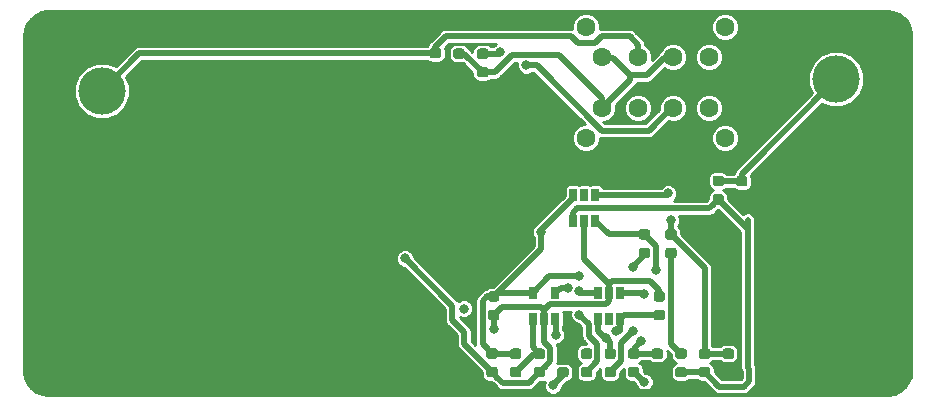
<source format=gtl>
G04 #@! TF.GenerationSoftware,KiCad,Pcbnew,(5.0.0)*
G04 #@! TF.CreationDate,2019-03-27T19:33:42+01:00*
G04 #@! TF.ProjectId,currentscaler,63757272656E747363616C65722E6B69,rev?*
G04 #@! TF.SameCoordinates,Original*
G04 #@! TF.FileFunction,Copper,L1,Top,Signal*
G04 #@! TF.FilePolarity,Positive*
%FSLAX46Y46*%
G04 Gerber Fmt 4.6, Leading zero omitted, Abs format (unit mm)*
G04 Created by KiCad (PCBNEW (5.0.0)) date 03/27/19 19:33:42*
%MOMM*%
%LPD*%
G01*
G04 APERTURE LIST*
G04 #@! TA.AperFunction,Conductor*
%ADD10C,0.100000*%
G04 #@! TD*
G04 #@! TA.AperFunction,SMDPad,CuDef*
%ADD11C,0.875000*%
G04 #@! TD*
G04 #@! TA.AperFunction,SMDPad,CuDef*
%ADD12R,0.650000X1.060000*%
G04 #@! TD*
G04 #@! TA.AperFunction,ComponentPad*
%ADD13C,1.600000*%
G04 #@! TD*
G04 #@! TA.AperFunction,WasherPad*
%ADD14C,1.600000*%
G04 #@! TD*
G04 #@! TA.AperFunction,ComponentPad*
%ADD15C,4.000000*%
G04 #@! TD*
G04 #@! TA.AperFunction,ViaPad*
%ADD16C,0.800000*%
G04 #@! TD*
G04 #@! TA.AperFunction,Conductor*
%ADD17C,0.500000*%
G04 #@! TD*
G04 #@! TA.AperFunction,Conductor*
%ADD18C,0.254000*%
G04 #@! TD*
G04 APERTURE END LIST*
D10*
G04 #@! TO.N,Net-(C2-Pad1)*
G04 #@! TO.C,C2*
G36*
X150127691Y-123188553D02*
X150148926Y-123191703D01*
X150169750Y-123196919D01*
X150189962Y-123204151D01*
X150209368Y-123213330D01*
X150227781Y-123224366D01*
X150245024Y-123237154D01*
X150260930Y-123251570D01*
X150275346Y-123267476D01*
X150288134Y-123284719D01*
X150299170Y-123303132D01*
X150308349Y-123322538D01*
X150315581Y-123342750D01*
X150320797Y-123363574D01*
X150323947Y-123384809D01*
X150325000Y-123406250D01*
X150325000Y-123843750D01*
X150323947Y-123865191D01*
X150320797Y-123886426D01*
X150315581Y-123907250D01*
X150308349Y-123927462D01*
X150299170Y-123946868D01*
X150288134Y-123965281D01*
X150275346Y-123982524D01*
X150260930Y-123998430D01*
X150245024Y-124012846D01*
X150227781Y-124025634D01*
X150209368Y-124036670D01*
X150189962Y-124045849D01*
X150169750Y-124053081D01*
X150148926Y-124058297D01*
X150127691Y-124061447D01*
X150106250Y-124062500D01*
X149593750Y-124062500D01*
X149572309Y-124061447D01*
X149551074Y-124058297D01*
X149530250Y-124053081D01*
X149510038Y-124045849D01*
X149490632Y-124036670D01*
X149472219Y-124025634D01*
X149454976Y-124012846D01*
X149439070Y-123998430D01*
X149424654Y-123982524D01*
X149411866Y-123965281D01*
X149400830Y-123946868D01*
X149391651Y-123927462D01*
X149384419Y-123907250D01*
X149379203Y-123886426D01*
X149376053Y-123865191D01*
X149375000Y-123843750D01*
X149375000Y-123406250D01*
X149376053Y-123384809D01*
X149379203Y-123363574D01*
X149384419Y-123342750D01*
X149391651Y-123322538D01*
X149400830Y-123303132D01*
X149411866Y-123284719D01*
X149424654Y-123267476D01*
X149439070Y-123251570D01*
X149454976Y-123237154D01*
X149472219Y-123224366D01*
X149490632Y-123213330D01*
X149510038Y-123204151D01*
X149530250Y-123196919D01*
X149551074Y-123191703D01*
X149572309Y-123188553D01*
X149593750Y-123187500D01*
X150106250Y-123187500D01*
X150127691Y-123188553D01*
X150127691Y-123188553D01*
G37*
D11*
G04 #@! TD*
G04 #@! TO.P,C2,1*
G04 #@! TO.N,Net-(C2-Pad1)*
X149850000Y-123625000D03*
D10*
G04 #@! TO.N,Net-(C2-Pad2)*
G04 #@! TO.C,C2*
G36*
X150127691Y-121613553D02*
X150148926Y-121616703D01*
X150169750Y-121621919D01*
X150189962Y-121629151D01*
X150209368Y-121638330D01*
X150227781Y-121649366D01*
X150245024Y-121662154D01*
X150260930Y-121676570D01*
X150275346Y-121692476D01*
X150288134Y-121709719D01*
X150299170Y-121728132D01*
X150308349Y-121747538D01*
X150315581Y-121767750D01*
X150320797Y-121788574D01*
X150323947Y-121809809D01*
X150325000Y-121831250D01*
X150325000Y-122268750D01*
X150323947Y-122290191D01*
X150320797Y-122311426D01*
X150315581Y-122332250D01*
X150308349Y-122352462D01*
X150299170Y-122371868D01*
X150288134Y-122390281D01*
X150275346Y-122407524D01*
X150260930Y-122423430D01*
X150245024Y-122437846D01*
X150227781Y-122450634D01*
X150209368Y-122461670D01*
X150189962Y-122470849D01*
X150169750Y-122478081D01*
X150148926Y-122483297D01*
X150127691Y-122486447D01*
X150106250Y-122487500D01*
X149593750Y-122487500D01*
X149572309Y-122486447D01*
X149551074Y-122483297D01*
X149530250Y-122478081D01*
X149510038Y-122470849D01*
X149490632Y-122461670D01*
X149472219Y-122450634D01*
X149454976Y-122437846D01*
X149439070Y-122423430D01*
X149424654Y-122407524D01*
X149411866Y-122390281D01*
X149400830Y-122371868D01*
X149391651Y-122352462D01*
X149384419Y-122332250D01*
X149379203Y-122311426D01*
X149376053Y-122290191D01*
X149375000Y-122268750D01*
X149375000Y-121831250D01*
X149376053Y-121809809D01*
X149379203Y-121788574D01*
X149384419Y-121767750D01*
X149391651Y-121747538D01*
X149400830Y-121728132D01*
X149411866Y-121709719D01*
X149424654Y-121692476D01*
X149439070Y-121676570D01*
X149454976Y-121662154D01*
X149472219Y-121649366D01*
X149490632Y-121638330D01*
X149510038Y-121629151D01*
X149530250Y-121621919D01*
X149551074Y-121616703D01*
X149572309Y-121613553D01*
X149593750Y-121612500D01*
X150106250Y-121612500D01*
X150127691Y-121613553D01*
X150127691Y-121613553D01*
G37*
D11*
G04 #@! TD*
G04 #@! TO.P,C2,2*
G04 #@! TO.N,Net-(C2-Pad2)*
X149850000Y-122050000D03*
D12*
G04 #@! TO.P,U1,1*
G04 #@! TO.N,Net-(R2-Pad2)*
X141300000Y-119100000D03*
G04 #@! TO.P,U1,2*
G04 #@! TO.N,GND*
X142250000Y-119100000D03*
G04 #@! TO.P,U1,3*
G04 #@! TO.N,Net-(R6-Pad2)*
X143200000Y-119100000D03*
G04 #@! TO.P,U1,4*
X143200000Y-116900000D03*
G04 #@! TO.P,U1,5*
G04 #@! TO.N,+9V*
X141300000Y-116900000D03*
G04 #@! TD*
G04 #@! TO.P,U2,5*
G04 #@! TO.N,Net-(U2-Pad5)*
X147750000Y-119100000D03*
G04 #@! TO.P,U2,6*
G04 #@! TO.N,+9V*
X148700000Y-119100000D03*
G04 #@! TO.P,U2,4*
G04 #@! TO.N,Net-(C2-Pad2)*
X146800000Y-119100000D03*
G04 #@! TO.P,U2,3*
G04 #@! TO.N,Net-(R8-Pad1)*
X146800000Y-116900000D03*
G04 #@! TO.P,U2,2*
G04 #@! TO.N,GND*
X147750000Y-116900000D03*
G04 #@! TO.P,U2,1*
G04 #@! TO.N,Net-(C2-Pad1)*
X148700000Y-116900000D03*
G04 #@! TD*
G04 #@! TO.P,U3,1*
G04 #@! TO.N,Net-(C4-Pad1)*
X144700000Y-110850000D03*
G04 #@! TO.P,U3,2*
G04 #@! TO.N,GND*
X145650000Y-110850000D03*
G04 #@! TO.P,U3,3*
G04 #@! TO.N,Net-(C2-Pad1)*
X146600000Y-110850000D03*
G04 #@! TO.P,U3,4*
G04 #@! TO.N,Net-(C4-Pad2)*
X146600000Y-108650000D03*
G04 #@! TO.P,U3,6*
G04 #@! TO.N,+9V*
X144700000Y-108650000D03*
G04 #@! TO.P,U3,5*
G04 #@! TO.N,Net-(U3-Pad5)*
X145650000Y-108650000D03*
G04 #@! TD*
D13*
G04 #@! TO.P,DP3T1,1*
G04 #@! TO.N,Net-(DP3T1-Pad1)*
X156200000Y-101250000D03*
G04 #@! TO.P,DP3T1,2*
G04 #@! TO.N,Net-(DP3T1-Pad2)*
X153200000Y-101250000D03*
G04 #@! TO.P,DP3T1,3*
G04 #@! TO.N,Net-(DP3T1-Pad3)*
X150200000Y-101250000D03*
G04 #@! TO.P,DP3T1,4*
G04 #@! TO.N,Net-(DP3T1-Pad4)*
X147200000Y-101250000D03*
G04 #@! TO.P,DP3T1,5*
G04 #@! TO.N,Net-(DP3T1-Pad3)*
X156200000Y-96950000D03*
G04 #@! TO.P,DP3T1,3*
X150200000Y-96950000D03*
G04 #@! TO.P,DP3T1,4*
G04 #@! TO.N,Net-(DP3T1-Pad4)*
X147200000Y-96950000D03*
X153200000Y-96950000D03*
D14*
G04 #@! TO.P,DP3T1,*
G04 #@! TO.N,*
X145800000Y-94400000D03*
X157600000Y-94400000D03*
X157600000Y-103800000D03*
X145800000Y-103800000D03*
G04 #@! TD*
D10*
G04 #@! TO.N,Net-(R10-Pad2)*
G04 #@! TO.C,R9*
G36*
X148127691Y-123201053D02*
X148148926Y-123204203D01*
X148169750Y-123209419D01*
X148189962Y-123216651D01*
X148209368Y-123225830D01*
X148227781Y-123236866D01*
X148245024Y-123249654D01*
X148260930Y-123264070D01*
X148275346Y-123279976D01*
X148288134Y-123297219D01*
X148299170Y-123315632D01*
X148308349Y-123335038D01*
X148315581Y-123355250D01*
X148320797Y-123376074D01*
X148323947Y-123397309D01*
X148325000Y-123418750D01*
X148325000Y-123856250D01*
X148323947Y-123877691D01*
X148320797Y-123898926D01*
X148315581Y-123919750D01*
X148308349Y-123939962D01*
X148299170Y-123959368D01*
X148288134Y-123977781D01*
X148275346Y-123995024D01*
X148260930Y-124010930D01*
X148245024Y-124025346D01*
X148227781Y-124038134D01*
X148209368Y-124049170D01*
X148189962Y-124058349D01*
X148169750Y-124065581D01*
X148148926Y-124070797D01*
X148127691Y-124073947D01*
X148106250Y-124075000D01*
X147593750Y-124075000D01*
X147572309Y-124073947D01*
X147551074Y-124070797D01*
X147530250Y-124065581D01*
X147510038Y-124058349D01*
X147490632Y-124049170D01*
X147472219Y-124038134D01*
X147454976Y-124025346D01*
X147439070Y-124010930D01*
X147424654Y-123995024D01*
X147411866Y-123977781D01*
X147400830Y-123959368D01*
X147391651Y-123939962D01*
X147384419Y-123919750D01*
X147379203Y-123898926D01*
X147376053Y-123877691D01*
X147375000Y-123856250D01*
X147375000Y-123418750D01*
X147376053Y-123397309D01*
X147379203Y-123376074D01*
X147384419Y-123355250D01*
X147391651Y-123335038D01*
X147400830Y-123315632D01*
X147411866Y-123297219D01*
X147424654Y-123279976D01*
X147439070Y-123264070D01*
X147454976Y-123249654D01*
X147472219Y-123236866D01*
X147490632Y-123225830D01*
X147510038Y-123216651D01*
X147530250Y-123209419D01*
X147551074Y-123204203D01*
X147572309Y-123201053D01*
X147593750Y-123200000D01*
X148106250Y-123200000D01*
X148127691Y-123201053D01*
X148127691Y-123201053D01*
G37*
D11*
G04 #@! TD*
G04 #@! TO.P,R9,1*
G04 #@! TO.N,Net-(R10-Pad2)*
X147850000Y-123637500D03*
D10*
G04 #@! TO.N,Net-(C2-Pad2)*
G04 #@! TO.C,R9*
G36*
X148127691Y-121626053D02*
X148148926Y-121629203D01*
X148169750Y-121634419D01*
X148189962Y-121641651D01*
X148209368Y-121650830D01*
X148227781Y-121661866D01*
X148245024Y-121674654D01*
X148260930Y-121689070D01*
X148275346Y-121704976D01*
X148288134Y-121722219D01*
X148299170Y-121740632D01*
X148308349Y-121760038D01*
X148315581Y-121780250D01*
X148320797Y-121801074D01*
X148323947Y-121822309D01*
X148325000Y-121843750D01*
X148325000Y-122281250D01*
X148323947Y-122302691D01*
X148320797Y-122323926D01*
X148315581Y-122344750D01*
X148308349Y-122364962D01*
X148299170Y-122384368D01*
X148288134Y-122402781D01*
X148275346Y-122420024D01*
X148260930Y-122435930D01*
X148245024Y-122450346D01*
X148227781Y-122463134D01*
X148209368Y-122474170D01*
X148189962Y-122483349D01*
X148169750Y-122490581D01*
X148148926Y-122495797D01*
X148127691Y-122498947D01*
X148106250Y-122500000D01*
X147593750Y-122500000D01*
X147572309Y-122498947D01*
X147551074Y-122495797D01*
X147530250Y-122490581D01*
X147510038Y-122483349D01*
X147490632Y-122474170D01*
X147472219Y-122463134D01*
X147454976Y-122450346D01*
X147439070Y-122435930D01*
X147424654Y-122420024D01*
X147411866Y-122402781D01*
X147400830Y-122384368D01*
X147391651Y-122364962D01*
X147384419Y-122344750D01*
X147379203Y-122323926D01*
X147376053Y-122302691D01*
X147375000Y-122281250D01*
X147375000Y-121843750D01*
X147376053Y-121822309D01*
X147379203Y-121801074D01*
X147384419Y-121780250D01*
X147391651Y-121760038D01*
X147400830Y-121740632D01*
X147411866Y-121722219D01*
X147424654Y-121704976D01*
X147439070Y-121689070D01*
X147454976Y-121674654D01*
X147472219Y-121661866D01*
X147490632Y-121650830D01*
X147510038Y-121641651D01*
X147530250Y-121634419D01*
X147551074Y-121629203D01*
X147572309Y-121626053D01*
X147593750Y-121625000D01*
X148106250Y-121625000D01*
X148127691Y-121626053D01*
X148127691Y-121626053D01*
G37*
D11*
G04 #@! TD*
G04 #@! TO.P,R9,2*
G04 #@! TO.N,Net-(C2-Pad2)*
X147850000Y-122062500D03*
D10*
G04 #@! TO.N,Net-(R6-Pad2)*
G04 #@! TO.C,R6*
G36*
X144127691Y-123201053D02*
X144148926Y-123204203D01*
X144169750Y-123209419D01*
X144189962Y-123216651D01*
X144209368Y-123225830D01*
X144227781Y-123236866D01*
X144245024Y-123249654D01*
X144260930Y-123264070D01*
X144275346Y-123279976D01*
X144288134Y-123297219D01*
X144299170Y-123315632D01*
X144308349Y-123335038D01*
X144315581Y-123355250D01*
X144320797Y-123376074D01*
X144323947Y-123397309D01*
X144325000Y-123418750D01*
X144325000Y-123856250D01*
X144323947Y-123877691D01*
X144320797Y-123898926D01*
X144315581Y-123919750D01*
X144308349Y-123939962D01*
X144299170Y-123959368D01*
X144288134Y-123977781D01*
X144275346Y-123995024D01*
X144260930Y-124010930D01*
X144245024Y-124025346D01*
X144227781Y-124038134D01*
X144209368Y-124049170D01*
X144189962Y-124058349D01*
X144169750Y-124065581D01*
X144148926Y-124070797D01*
X144127691Y-124073947D01*
X144106250Y-124075000D01*
X143593750Y-124075000D01*
X143572309Y-124073947D01*
X143551074Y-124070797D01*
X143530250Y-124065581D01*
X143510038Y-124058349D01*
X143490632Y-124049170D01*
X143472219Y-124038134D01*
X143454976Y-124025346D01*
X143439070Y-124010930D01*
X143424654Y-123995024D01*
X143411866Y-123977781D01*
X143400830Y-123959368D01*
X143391651Y-123939962D01*
X143384419Y-123919750D01*
X143379203Y-123898926D01*
X143376053Y-123877691D01*
X143375000Y-123856250D01*
X143375000Y-123418750D01*
X143376053Y-123397309D01*
X143379203Y-123376074D01*
X143384419Y-123355250D01*
X143391651Y-123335038D01*
X143400830Y-123315632D01*
X143411866Y-123297219D01*
X143424654Y-123279976D01*
X143439070Y-123264070D01*
X143454976Y-123249654D01*
X143472219Y-123236866D01*
X143490632Y-123225830D01*
X143510038Y-123216651D01*
X143530250Y-123209419D01*
X143551074Y-123204203D01*
X143572309Y-123201053D01*
X143593750Y-123200000D01*
X144106250Y-123200000D01*
X144127691Y-123201053D01*
X144127691Y-123201053D01*
G37*
D11*
G04 #@! TD*
G04 #@! TO.P,R6,2*
G04 #@! TO.N,Net-(R6-Pad2)*
X143850000Y-123637500D03*
D10*
G04 #@! TO.N,GNDREF*
G04 #@! TO.C,R6*
G36*
X144127691Y-121626053D02*
X144148926Y-121629203D01*
X144169750Y-121634419D01*
X144189962Y-121641651D01*
X144209368Y-121650830D01*
X144227781Y-121661866D01*
X144245024Y-121674654D01*
X144260930Y-121689070D01*
X144275346Y-121704976D01*
X144288134Y-121722219D01*
X144299170Y-121740632D01*
X144308349Y-121760038D01*
X144315581Y-121780250D01*
X144320797Y-121801074D01*
X144323947Y-121822309D01*
X144325000Y-121843750D01*
X144325000Y-122281250D01*
X144323947Y-122302691D01*
X144320797Y-122323926D01*
X144315581Y-122344750D01*
X144308349Y-122364962D01*
X144299170Y-122384368D01*
X144288134Y-122402781D01*
X144275346Y-122420024D01*
X144260930Y-122435930D01*
X144245024Y-122450346D01*
X144227781Y-122463134D01*
X144209368Y-122474170D01*
X144189962Y-122483349D01*
X144169750Y-122490581D01*
X144148926Y-122495797D01*
X144127691Y-122498947D01*
X144106250Y-122500000D01*
X143593750Y-122500000D01*
X143572309Y-122498947D01*
X143551074Y-122495797D01*
X143530250Y-122490581D01*
X143510038Y-122483349D01*
X143490632Y-122474170D01*
X143472219Y-122463134D01*
X143454976Y-122450346D01*
X143439070Y-122435930D01*
X143424654Y-122420024D01*
X143411866Y-122402781D01*
X143400830Y-122384368D01*
X143391651Y-122364962D01*
X143384419Y-122344750D01*
X143379203Y-122323926D01*
X143376053Y-122302691D01*
X143375000Y-122281250D01*
X143375000Y-121843750D01*
X143376053Y-121822309D01*
X143379203Y-121801074D01*
X143384419Y-121780250D01*
X143391651Y-121760038D01*
X143400830Y-121740632D01*
X143411866Y-121722219D01*
X143424654Y-121704976D01*
X143439070Y-121689070D01*
X143454976Y-121674654D01*
X143472219Y-121661866D01*
X143490632Y-121650830D01*
X143510038Y-121641651D01*
X143530250Y-121634419D01*
X143551074Y-121629203D01*
X143572309Y-121626053D01*
X143593750Y-121625000D01*
X144106250Y-121625000D01*
X144127691Y-121626053D01*
X144127691Y-121626053D01*
G37*
D11*
G04 #@! TD*
G04 #@! TO.P,R6,1*
G04 #@! TO.N,GNDREF*
X143850000Y-122062500D03*
D15*
G04 #@! TO.P,TP3,1*
G04 #@! TO.N,Net-(C6-Pad1)*
X167000000Y-98810000D03*
G04 #@! TD*
G04 #@! TO.P,TP4,1*
G04 #@! TO.N,GNDREF*
X167000000Y-117860000D03*
G04 #@! TD*
G04 #@! TO.P,TP1,1*
G04 #@! TO.N,Net-(DP3T1-Pad3)*
X104800000Y-99810000D03*
G04 #@! TD*
G04 #@! TO.P,TP2,1*
G04 #@! TO.N,GNDREF*
X104800000Y-118860000D03*
G04 #@! TD*
D10*
G04 #@! TO.N,Net-(C2-Pad1)*
G04 #@! TO.C,R10*
G36*
X151027691Y-111526053D02*
X151048926Y-111529203D01*
X151069750Y-111534419D01*
X151089962Y-111541651D01*
X151109368Y-111550830D01*
X151127781Y-111561866D01*
X151145024Y-111574654D01*
X151160930Y-111589070D01*
X151175346Y-111604976D01*
X151188134Y-111622219D01*
X151199170Y-111640632D01*
X151208349Y-111660038D01*
X151215581Y-111680250D01*
X151220797Y-111701074D01*
X151223947Y-111722309D01*
X151225000Y-111743750D01*
X151225000Y-112181250D01*
X151223947Y-112202691D01*
X151220797Y-112223926D01*
X151215581Y-112244750D01*
X151208349Y-112264962D01*
X151199170Y-112284368D01*
X151188134Y-112302781D01*
X151175346Y-112320024D01*
X151160930Y-112335930D01*
X151145024Y-112350346D01*
X151127781Y-112363134D01*
X151109368Y-112374170D01*
X151089962Y-112383349D01*
X151069750Y-112390581D01*
X151048926Y-112395797D01*
X151027691Y-112398947D01*
X151006250Y-112400000D01*
X150493750Y-112400000D01*
X150472309Y-112398947D01*
X150451074Y-112395797D01*
X150430250Y-112390581D01*
X150410038Y-112383349D01*
X150390632Y-112374170D01*
X150372219Y-112363134D01*
X150354976Y-112350346D01*
X150339070Y-112335930D01*
X150324654Y-112320024D01*
X150311866Y-112302781D01*
X150300830Y-112284368D01*
X150291651Y-112264962D01*
X150284419Y-112244750D01*
X150279203Y-112223926D01*
X150276053Y-112202691D01*
X150275000Y-112181250D01*
X150275000Y-111743750D01*
X150276053Y-111722309D01*
X150279203Y-111701074D01*
X150284419Y-111680250D01*
X150291651Y-111660038D01*
X150300830Y-111640632D01*
X150311866Y-111622219D01*
X150324654Y-111604976D01*
X150339070Y-111589070D01*
X150354976Y-111574654D01*
X150372219Y-111561866D01*
X150390632Y-111550830D01*
X150410038Y-111541651D01*
X150430250Y-111534419D01*
X150451074Y-111529203D01*
X150472309Y-111526053D01*
X150493750Y-111525000D01*
X151006250Y-111525000D01*
X151027691Y-111526053D01*
X151027691Y-111526053D01*
G37*
D11*
G04 #@! TD*
G04 #@! TO.P,R10,1*
G04 #@! TO.N,Net-(C2-Pad1)*
X150750000Y-111962500D03*
D10*
G04 #@! TO.N,Net-(R10-Pad2)*
G04 #@! TO.C,R10*
G36*
X151027691Y-113101053D02*
X151048926Y-113104203D01*
X151069750Y-113109419D01*
X151089962Y-113116651D01*
X151109368Y-113125830D01*
X151127781Y-113136866D01*
X151145024Y-113149654D01*
X151160930Y-113164070D01*
X151175346Y-113179976D01*
X151188134Y-113197219D01*
X151199170Y-113215632D01*
X151208349Y-113235038D01*
X151215581Y-113255250D01*
X151220797Y-113276074D01*
X151223947Y-113297309D01*
X151225000Y-113318750D01*
X151225000Y-113756250D01*
X151223947Y-113777691D01*
X151220797Y-113798926D01*
X151215581Y-113819750D01*
X151208349Y-113839962D01*
X151199170Y-113859368D01*
X151188134Y-113877781D01*
X151175346Y-113895024D01*
X151160930Y-113910930D01*
X151145024Y-113925346D01*
X151127781Y-113938134D01*
X151109368Y-113949170D01*
X151089962Y-113958349D01*
X151069750Y-113965581D01*
X151048926Y-113970797D01*
X151027691Y-113973947D01*
X151006250Y-113975000D01*
X150493750Y-113975000D01*
X150472309Y-113973947D01*
X150451074Y-113970797D01*
X150430250Y-113965581D01*
X150410038Y-113958349D01*
X150390632Y-113949170D01*
X150372219Y-113938134D01*
X150354976Y-113925346D01*
X150339070Y-113910930D01*
X150324654Y-113895024D01*
X150311866Y-113877781D01*
X150300830Y-113859368D01*
X150291651Y-113839962D01*
X150284419Y-113819750D01*
X150279203Y-113798926D01*
X150276053Y-113777691D01*
X150275000Y-113756250D01*
X150275000Y-113318750D01*
X150276053Y-113297309D01*
X150279203Y-113276074D01*
X150284419Y-113255250D01*
X150291651Y-113235038D01*
X150300830Y-113215632D01*
X150311866Y-113197219D01*
X150324654Y-113179976D01*
X150339070Y-113164070D01*
X150354976Y-113149654D01*
X150372219Y-113136866D01*
X150390632Y-113125830D01*
X150410038Y-113116651D01*
X150430250Y-113109419D01*
X150451074Y-113104203D01*
X150472309Y-113101053D01*
X150493750Y-113100000D01*
X151006250Y-113100000D01*
X151027691Y-113101053D01*
X151027691Y-113101053D01*
G37*
D11*
G04 #@! TD*
G04 #@! TO.P,R10,2*
G04 #@! TO.N,Net-(R10-Pad2)*
X150750000Y-113537500D03*
D10*
G04 #@! TO.N,GNDREF*
G04 #@! TO.C,R4*
G36*
X135327691Y-97801053D02*
X135348926Y-97804203D01*
X135369750Y-97809419D01*
X135389962Y-97816651D01*
X135409368Y-97825830D01*
X135427781Y-97836866D01*
X135445024Y-97849654D01*
X135460930Y-97864070D01*
X135475346Y-97879976D01*
X135488134Y-97897219D01*
X135499170Y-97915632D01*
X135508349Y-97935038D01*
X135515581Y-97955250D01*
X135520797Y-97976074D01*
X135523947Y-97997309D01*
X135525000Y-98018750D01*
X135525000Y-98456250D01*
X135523947Y-98477691D01*
X135520797Y-98498926D01*
X135515581Y-98519750D01*
X135508349Y-98539962D01*
X135499170Y-98559368D01*
X135488134Y-98577781D01*
X135475346Y-98595024D01*
X135460930Y-98610930D01*
X135445024Y-98625346D01*
X135427781Y-98638134D01*
X135409368Y-98649170D01*
X135389962Y-98658349D01*
X135369750Y-98665581D01*
X135348926Y-98670797D01*
X135327691Y-98673947D01*
X135306250Y-98675000D01*
X134793750Y-98675000D01*
X134772309Y-98673947D01*
X134751074Y-98670797D01*
X134730250Y-98665581D01*
X134710038Y-98658349D01*
X134690632Y-98649170D01*
X134672219Y-98638134D01*
X134654976Y-98625346D01*
X134639070Y-98610930D01*
X134624654Y-98595024D01*
X134611866Y-98577781D01*
X134600830Y-98559368D01*
X134591651Y-98539962D01*
X134584419Y-98519750D01*
X134579203Y-98498926D01*
X134576053Y-98477691D01*
X134575000Y-98456250D01*
X134575000Y-98018750D01*
X134576053Y-97997309D01*
X134579203Y-97976074D01*
X134584419Y-97955250D01*
X134591651Y-97935038D01*
X134600830Y-97915632D01*
X134611866Y-97897219D01*
X134624654Y-97879976D01*
X134639070Y-97864070D01*
X134654976Y-97849654D01*
X134672219Y-97836866D01*
X134690632Y-97825830D01*
X134710038Y-97816651D01*
X134730250Y-97809419D01*
X134751074Y-97804203D01*
X134772309Y-97801053D01*
X134793750Y-97800000D01*
X135306250Y-97800000D01*
X135327691Y-97801053D01*
X135327691Y-97801053D01*
G37*
D11*
G04 #@! TD*
G04 #@! TO.P,R4,2*
G04 #@! TO.N,GNDREF*
X135050000Y-98237500D03*
D10*
G04 #@! TO.N,Net-(DP3T1-Pad4)*
G04 #@! TO.C,R4*
G36*
X135327691Y-96226053D02*
X135348926Y-96229203D01*
X135369750Y-96234419D01*
X135389962Y-96241651D01*
X135409368Y-96250830D01*
X135427781Y-96261866D01*
X135445024Y-96274654D01*
X135460930Y-96289070D01*
X135475346Y-96304976D01*
X135488134Y-96322219D01*
X135499170Y-96340632D01*
X135508349Y-96360038D01*
X135515581Y-96380250D01*
X135520797Y-96401074D01*
X135523947Y-96422309D01*
X135525000Y-96443750D01*
X135525000Y-96881250D01*
X135523947Y-96902691D01*
X135520797Y-96923926D01*
X135515581Y-96944750D01*
X135508349Y-96964962D01*
X135499170Y-96984368D01*
X135488134Y-97002781D01*
X135475346Y-97020024D01*
X135460930Y-97035930D01*
X135445024Y-97050346D01*
X135427781Y-97063134D01*
X135409368Y-97074170D01*
X135389962Y-97083349D01*
X135369750Y-97090581D01*
X135348926Y-97095797D01*
X135327691Y-97098947D01*
X135306250Y-97100000D01*
X134793750Y-97100000D01*
X134772309Y-97098947D01*
X134751074Y-97095797D01*
X134730250Y-97090581D01*
X134710038Y-97083349D01*
X134690632Y-97074170D01*
X134672219Y-97063134D01*
X134654976Y-97050346D01*
X134639070Y-97035930D01*
X134624654Y-97020024D01*
X134611866Y-97002781D01*
X134600830Y-96984368D01*
X134591651Y-96964962D01*
X134584419Y-96944750D01*
X134579203Y-96923926D01*
X134576053Y-96902691D01*
X134575000Y-96881250D01*
X134575000Y-96443750D01*
X134576053Y-96422309D01*
X134579203Y-96401074D01*
X134584419Y-96380250D01*
X134591651Y-96360038D01*
X134600830Y-96340632D01*
X134611866Y-96322219D01*
X134624654Y-96304976D01*
X134639070Y-96289070D01*
X134654976Y-96274654D01*
X134672219Y-96261866D01*
X134690632Y-96250830D01*
X134710038Y-96241651D01*
X134730250Y-96234419D01*
X134751074Y-96229203D01*
X134772309Y-96226053D01*
X134793750Y-96225000D01*
X135306250Y-96225000D01*
X135327691Y-96226053D01*
X135327691Y-96226053D01*
G37*
D11*
G04 #@! TD*
G04 #@! TO.P,R4,1*
G04 #@! TO.N,Net-(DP3T1-Pad4)*
X135050000Y-96662500D03*
D10*
G04 #@! TO.N,GNDREF*
G04 #@! TO.C,R7*
G36*
X152127691Y-123201053D02*
X152148926Y-123204203D01*
X152169750Y-123209419D01*
X152189962Y-123216651D01*
X152209368Y-123225830D01*
X152227781Y-123236866D01*
X152245024Y-123249654D01*
X152260930Y-123264070D01*
X152275346Y-123279976D01*
X152288134Y-123297219D01*
X152299170Y-123315632D01*
X152308349Y-123335038D01*
X152315581Y-123355250D01*
X152320797Y-123376074D01*
X152323947Y-123397309D01*
X152325000Y-123418750D01*
X152325000Y-123856250D01*
X152323947Y-123877691D01*
X152320797Y-123898926D01*
X152315581Y-123919750D01*
X152308349Y-123939962D01*
X152299170Y-123959368D01*
X152288134Y-123977781D01*
X152275346Y-123995024D01*
X152260930Y-124010930D01*
X152245024Y-124025346D01*
X152227781Y-124038134D01*
X152209368Y-124049170D01*
X152189962Y-124058349D01*
X152169750Y-124065581D01*
X152148926Y-124070797D01*
X152127691Y-124073947D01*
X152106250Y-124075000D01*
X151593750Y-124075000D01*
X151572309Y-124073947D01*
X151551074Y-124070797D01*
X151530250Y-124065581D01*
X151510038Y-124058349D01*
X151490632Y-124049170D01*
X151472219Y-124038134D01*
X151454976Y-124025346D01*
X151439070Y-124010930D01*
X151424654Y-123995024D01*
X151411866Y-123977781D01*
X151400830Y-123959368D01*
X151391651Y-123939962D01*
X151384419Y-123919750D01*
X151379203Y-123898926D01*
X151376053Y-123877691D01*
X151375000Y-123856250D01*
X151375000Y-123418750D01*
X151376053Y-123397309D01*
X151379203Y-123376074D01*
X151384419Y-123355250D01*
X151391651Y-123335038D01*
X151400830Y-123315632D01*
X151411866Y-123297219D01*
X151424654Y-123279976D01*
X151439070Y-123264070D01*
X151454976Y-123249654D01*
X151472219Y-123236866D01*
X151490632Y-123225830D01*
X151510038Y-123216651D01*
X151530250Y-123209419D01*
X151551074Y-123204203D01*
X151572309Y-123201053D01*
X151593750Y-123200000D01*
X152106250Y-123200000D01*
X152127691Y-123201053D01*
X152127691Y-123201053D01*
G37*
D11*
G04 #@! TD*
G04 #@! TO.P,R7,1*
G04 #@! TO.N,GNDREF*
X151850000Y-123637500D03*
D10*
G04 #@! TO.N,Net-(C2-Pad2)*
G04 #@! TO.C,R7*
G36*
X152127691Y-121626053D02*
X152148926Y-121629203D01*
X152169750Y-121634419D01*
X152189962Y-121641651D01*
X152209368Y-121650830D01*
X152227781Y-121661866D01*
X152245024Y-121674654D01*
X152260930Y-121689070D01*
X152275346Y-121704976D01*
X152288134Y-121722219D01*
X152299170Y-121740632D01*
X152308349Y-121760038D01*
X152315581Y-121780250D01*
X152320797Y-121801074D01*
X152323947Y-121822309D01*
X152325000Y-121843750D01*
X152325000Y-122281250D01*
X152323947Y-122302691D01*
X152320797Y-122323926D01*
X152315581Y-122344750D01*
X152308349Y-122364962D01*
X152299170Y-122384368D01*
X152288134Y-122402781D01*
X152275346Y-122420024D01*
X152260930Y-122435930D01*
X152245024Y-122450346D01*
X152227781Y-122463134D01*
X152209368Y-122474170D01*
X152189962Y-122483349D01*
X152169750Y-122490581D01*
X152148926Y-122495797D01*
X152127691Y-122498947D01*
X152106250Y-122500000D01*
X151593750Y-122500000D01*
X151572309Y-122498947D01*
X151551074Y-122495797D01*
X151530250Y-122490581D01*
X151510038Y-122483349D01*
X151490632Y-122474170D01*
X151472219Y-122463134D01*
X151454976Y-122450346D01*
X151439070Y-122435930D01*
X151424654Y-122420024D01*
X151411866Y-122402781D01*
X151400830Y-122384368D01*
X151391651Y-122364962D01*
X151384419Y-122344750D01*
X151379203Y-122323926D01*
X151376053Y-122302691D01*
X151375000Y-122281250D01*
X151375000Y-121843750D01*
X151376053Y-121822309D01*
X151379203Y-121801074D01*
X151384419Y-121780250D01*
X151391651Y-121760038D01*
X151400830Y-121740632D01*
X151411866Y-121722219D01*
X151424654Y-121704976D01*
X151439070Y-121689070D01*
X151454976Y-121674654D01*
X151472219Y-121661866D01*
X151490632Y-121650830D01*
X151510038Y-121641651D01*
X151530250Y-121634419D01*
X151551074Y-121629203D01*
X151572309Y-121626053D01*
X151593750Y-121625000D01*
X152106250Y-121625000D01*
X152127691Y-121626053D01*
X152127691Y-121626053D01*
G37*
D11*
G04 #@! TD*
G04 #@! TO.P,R7,2*
G04 #@! TO.N,Net-(C2-Pad2)*
X151850000Y-122062500D03*
D10*
G04 #@! TO.N,Net-(DP3T1-Pad6)*
G04 #@! TO.C,R8*
G36*
X146127691Y-121626053D02*
X146148926Y-121629203D01*
X146169750Y-121634419D01*
X146189962Y-121641651D01*
X146209368Y-121650830D01*
X146227781Y-121661866D01*
X146245024Y-121674654D01*
X146260930Y-121689070D01*
X146275346Y-121704976D01*
X146288134Y-121722219D01*
X146299170Y-121740632D01*
X146308349Y-121760038D01*
X146315581Y-121780250D01*
X146320797Y-121801074D01*
X146323947Y-121822309D01*
X146325000Y-121843750D01*
X146325000Y-122281250D01*
X146323947Y-122302691D01*
X146320797Y-122323926D01*
X146315581Y-122344750D01*
X146308349Y-122364962D01*
X146299170Y-122384368D01*
X146288134Y-122402781D01*
X146275346Y-122420024D01*
X146260930Y-122435930D01*
X146245024Y-122450346D01*
X146227781Y-122463134D01*
X146209368Y-122474170D01*
X146189962Y-122483349D01*
X146169750Y-122490581D01*
X146148926Y-122495797D01*
X146127691Y-122498947D01*
X146106250Y-122500000D01*
X145593750Y-122500000D01*
X145572309Y-122498947D01*
X145551074Y-122495797D01*
X145530250Y-122490581D01*
X145510038Y-122483349D01*
X145490632Y-122474170D01*
X145472219Y-122463134D01*
X145454976Y-122450346D01*
X145439070Y-122435930D01*
X145424654Y-122420024D01*
X145411866Y-122402781D01*
X145400830Y-122384368D01*
X145391651Y-122364962D01*
X145384419Y-122344750D01*
X145379203Y-122323926D01*
X145376053Y-122302691D01*
X145375000Y-122281250D01*
X145375000Y-121843750D01*
X145376053Y-121822309D01*
X145379203Y-121801074D01*
X145384419Y-121780250D01*
X145391651Y-121760038D01*
X145400830Y-121740632D01*
X145411866Y-121722219D01*
X145424654Y-121704976D01*
X145439070Y-121689070D01*
X145454976Y-121674654D01*
X145472219Y-121661866D01*
X145490632Y-121650830D01*
X145510038Y-121641651D01*
X145530250Y-121634419D01*
X145551074Y-121629203D01*
X145572309Y-121626053D01*
X145593750Y-121625000D01*
X146106250Y-121625000D01*
X146127691Y-121626053D01*
X146127691Y-121626053D01*
G37*
D11*
G04 #@! TD*
G04 #@! TO.P,R8,2*
G04 #@! TO.N,Net-(DP3T1-Pad6)*
X145850000Y-122062500D03*
D10*
G04 #@! TO.N,Net-(R8-Pad1)*
G04 #@! TO.C,R8*
G36*
X146127691Y-123201053D02*
X146148926Y-123204203D01*
X146169750Y-123209419D01*
X146189962Y-123216651D01*
X146209368Y-123225830D01*
X146227781Y-123236866D01*
X146245024Y-123249654D01*
X146260930Y-123264070D01*
X146275346Y-123279976D01*
X146288134Y-123297219D01*
X146299170Y-123315632D01*
X146308349Y-123335038D01*
X146315581Y-123355250D01*
X146320797Y-123376074D01*
X146323947Y-123397309D01*
X146325000Y-123418750D01*
X146325000Y-123856250D01*
X146323947Y-123877691D01*
X146320797Y-123898926D01*
X146315581Y-123919750D01*
X146308349Y-123939962D01*
X146299170Y-123959368D01*
X146288134Y-123977781D01*
X146275346Y-123995024D01*
X146260930Y-124010930D01*
X146245024Y-124025346D01*
X146227781Y-124038134D01*
X146209368Y-124049170D01*
X146189962Y-124058349D01*
X146169750Y-124065581D01*
X146148926Y-124070797D01*
X146127691Y-124073947D01*
X146106250Y-124075000D01*
X145593750Y-124075000D01*
X145572309Y-124073947D01*
X145551074Y-124070797D01*
X145530250Y-124065581D01*
X145510038Y-124058349D01*
X145490632Y-124049170D01*
X145472219Y-124038134D01*
X145454976Y-124025346D01*
X145439070Y-124010930D01*
X145424654Y-123995024D01*
X145411866Y-123977781D01*
X145400830Y-123959368D01*
X145391651Y-123939962D01*
X145384419Y-123919750D01*
X145379203Y-123898926D01*
X145376053Y-123877691D01*
X145375000Y-123856250D01*
X145375000Y-123418750D01*
X145376053Y-123397309D01*
X145379203Y-123376074D01*
X145384419Y-123355250D01*
X145391651Y-123335038D01*
X145400830Y-123315632D01*
X145411866Y-123297219D01*
X145424654Y-123279976D01*
X145439070Y-123264070D01*
X145454976Y-123249654D01*
X145472219Y-123236866D01*
X145490632Y-123225830D01*
X145510038Y-123216651D01*
X145530250Y-123209419D01*
X145551074Y-123204203D01*
X145572309Y-123201053D01*
X145593750Y-123200000D01*
X146106250Y-123200000D01*
X146127691Y-123201053D01*
X146127691Y-123201053D01*
G37*
D11*
G04 #@! TD*
G04 #@! TO.P,R8,1*
G04 #@! TO.N,Net-(R8-Pad1)*
X145850000Y-123637500D03*
D10*
G04 #@! TO.N,Net-(DP3T1-Pad2)*
G04 #@! TO.C,R5*
G36*
X137327691Y-96226053D02*
X137348926Y-96229203D01*
X137369750Y-96234419D01*
X137389962Y-96241651D01*
X137409368Y-96250830D01*
X137427781Y-96261866D01*
X137445024Y-96274654D01*
X137460930Y-96289070D01*
X137475346Y-96304976D01*
X137488134Y-96322219D01*
X137499170Y-96340632D01*
X137508349Y-96360038D01*
X137515581Y-96380250D01*
X137520797Y-96401074D01*
X137523947Y-96422309D01*
X137525000Y-96443750D01*
X137525000Y-96881250D01*
X137523947Y-96902691D01*
X137520797Y-96923926D01*
X137515581Y-96944750D01*
X137508349Y-96964962D01*
X137499170Y-96984368D01*
X137488134Y-97002781D01*
X137475346Y-97020024D01*
X137460930Y-97035930D01*
X137445024Y-97050346D01*
X137427781Y-97063134D01*
X137409368Y-97074170D01*
X137389962Y-97083349D01*
X137369750Y-97090581D01*
X137348926Y-97095797D01*
X137327691Y-97098947D01*
X137306250Y-97100000D01*
X136793750Y-97100000D01*
X136772309Y-97098947D01*
X136751074Y-97095797D01*
X136730250Y-97090581D01*
X136710038Y-97083349D01*
X136690632Y-97074170D01*
X136672219Y-97063134D01*
X136654976Y-97050346D01*
X136639070Y-97035930D01*
X136624654Y-97020024D01*
X136611866Y-97002781D01*
X136600830Y-96984368D01*
X136591651Y-96964962D01*
X136584419Y-96944750D01*
X136579203Y-96923926D01*
X136576053Y-96902691D01*
X136575000Y-96881250D01*
X136575000Y-96443750D01*
X136576053Y-96422309D01*
X136579203Y-96401074D01*
X136584419Y-96380250D01*
X136591651Y-96360038D01*
X136600830Y-96340632D01*
X136611866Y-96322219D01*
X136624654Y-96304976D01*
X136639070Y-96289070D01*
X136654976Y-96274654D01*
X136672219Y-96261866D01*
X136690632Y-96250830D01*
X136710038Y-96241651D01*
X136730250Y-96234419D01*
X136751074Y-96229203D01*
X136772309Y-96226053D01*
X136793750Y-96225000D01*
X137306250Y-96225000D01*
X137327691Y-96226053D01*
X137327691Y-96226053D01*
G37*
D11*
G04 #@! TD*
G04 #@! TO.P,R5,1*
G04 #@! TO.N,Net-(DP3T1-Pad2)*
X137050000Y-96662500D03*
D10*
G04 #@! TO.N,Net-(DP3T1-Pad4)*
G04 #@! TO.C,R5*
G36*
X137327691Y-97801053D02*
X137348926Y-97804203D01*
X137369750Y-97809419D01*
X137389962Y-97816651D01*
X137409368Y-97825830D01*
X137427781Y-97836866D01*
X137445024Y-97849654D01*
X137460930Y-97864070D01*
X137475346Y-97879976D01*
X137488134Y-97897219D01*
X137499170Y-97915632D01*
X137508349Y-97935038D01*
X137515581Y-97955250D01*
X137520797Y-97976074D01*
X137523947Y-97997309D01*
X137525000Y-98018750D01*
X137525000Y-98456250D01*
X137523947Y-98477691D01*
X137520797Y-98498926D01*
X137515581Y-98519750D01*
X137508349Y-98539962D01*
X137499170Y-98559368D01*
X137488134Y-98577781D01*
X137475346Y-98595024D01*
X137460930Y-98610930D01*
X137445024Y-98625346D01*
X137427781Y-98638134D01*
X137409368Y-98649170D01*
X137389962Y-98658349D01*
X137369750Y-98665581D01*
X137348926Y-98670797D01*
X137327691Y-98673947D01*
X137306250Y-98675000D01*
X136793750Y-98675000D01*
X136772309Y-98673947D01*
X136751074Y-98670797D01*
X136730250Y-98665581D01*
X136710038Y-98658349D01*
X136690632Y-98649170D01*
X136672219Y-98638134D01*
X136654976Y-98625346D01*
X136639070Y-98610930D01*
X136624654Y-98595024D01*
X136611866Y-98577781D01*
X136600830Y-98559368D01*
X136591651Y-98539962D01*
X136584419Y-98519750D01*
X136579203Y-98498926D01*
X136576053Y-98477691D01*
X136575000Y-98456250D01*
X136575000Y-98018750D01*
X136576053Y-97997309D01*
X136579203Y-97976074D01*
X136584419Y-97955250D01*
X136591651Y-97935038D01*
X136600830Y-97915632D01*
X136611866Y-97897219D01*
X136624654Y-97879976D01*
X136639070Y-97864070D01*
X136654976Y-97849654D01*
X136672219Y-97836866D01*
X136690632Y-97825830D01*
X136710038Y-97816651D01*
X136730250Y-97809419D01*
X136751074Y-97804203D01*
X136772309Y-97801053D01*
X136793750Y-97800000D01*
X137306250Y-97800000D01*
X137327691Y-97801053D01*
X137327691Y-97801053D01*
G37*
D11*
G04 #@! TD*
G04 #@! TO.P,R5,2*
G04 #@! TO.N,Net-(DP3T1-Pad4)*
X137050000Y-98237500D03*
D10*
G04 #@! TO.N,Net-(C4-Pad1)*
G04 #@! TO.C,R14*
G36*
X157277691Y-108563553D02*
X157298926Y-108566703D01*
X157319750Y-108571919D01*
X157339962Y-108579151D01*
X157359368Y-108588330D01*
X157377781Y-108599366D01*
X157395024Y-108612154D01*
X157410930Y-108626570D01*
X157425346Y-108642476D01*
X157438134Y-108659719D01*
X157449170Y-108678132D01*
X157458349Y-108697538D01*
X157465581Y-108717750D01*
X157470797Y-108738574D01*
X157473947Y-108759809D01*
X157475000Y-108781250D01*
X157475000Y-109218750D01*
X157473947Y-109240191D01*
X157470797Y-109261426D01*
X157465581Y-109282250D01*
X157458349Y-109302462D01*
X157449170Y-109321868D01*
X157438134Y-109340281D01*
X157425346Y-109357524D01*
X157410930Y-109373430D01*
X157395024Y-109387846D01*
X157377781Y-109400634D01*
X157359368Y-109411670D01*
X157339962Y-109420849D01*
X157319750Y-109428081D01*
X157298926Y-109433297D01*
X157277691Y-109436447D01*
X157256250Y-109437500D01*
X156743750Y-109437500D01*
X156722309Y-109436447D01*
X156701074Y-109433297D01*
X156680250Y-109428081D01*
X156660038Y-109420849D01*
X156640632Y-109411670D01*
X156622219Y-109400634D01*
X156604976Y-109387846D01*
X156589070Y-109373430D01*
X156574654Y-109357524D01*
X156561866Y-109340281D01*
X156550830Y-109321868D01*
X156541651Y-109302462D01*
X156534419Y-109282250D01*
X156529203Y-109261426D01*
X156526053Y-109240191D01*
X156525000Y-109218750D01*
X156525000Y-108781250D01*
X156526053Y-108759809D01*
X156529203Y-108738574D01*
X156534419Y-108717750D01*
X156541651Y-108697538D01*
X156550830Y-108678132D01*
X156561866Y-108659719D01*
X156574654Y-108642476D01*
X156589070Y-108626570D01*
X156604976Y-108612154D01*
X156622219Y-108599366D01*
X156640632Y-108588330D01*
X156660038Y-108579151D01*
X156680250Y-108571919D01*
X156701074Y-108566703D01*
X156722309Y-108563553D01*
X156743750Y-108562500D01*
X157256250Y-108562500D01*
X157277691Y-108563553D01*
X157277691Y-108563553D01*
G37*
D11*
G04 #@! TD*
G04 #@! TO.P,R14,2*
G04 #@! TO.N,Net-(C4-Pad1)*
X157000000Y-109000000D03*
D10*
G04 #@! TO.N,Net-(C6-Pad1)*
G04 #@! TO.C,R14*
G36*
X157277691Y-106988553D02*
X157298926Y-106991703D01*
X157319750Y-106996919D01*
X157339962Y-107004151D01*
X157359368Y-107013330D01*
X157377781Y-107024366D01*
X157395024Y-107037154D01*
X157410930Y-107051570D01*
X157425346Y-107067476D01*
X157438134Y-107084719D01*
X157449170Y-107103132D01*
X157458349Y-107122538D01*
X157465581Y-107142750D01*
X157470797Y-107163574D01*
X157473947Y-107184809D01*
X157475000Y-107206250D01*
X157475000Y-107643750D01*
X157473947Y-107665191D01*
X157470797Y-107686426D01*
X157465581Y-107707250D01*
X157458349Y-107727462D01*
X157449170Y-107746868D01*
X157438134Y-107765281D01*
X157425346Y-107782524D01*
X157410930Y-107798430D01*
X157395024Y-107812846D01*
X157377781Y-107825634D01*
X157359368Y-107836670D01*
X157339962Y-107845849D01*
X157319750Y-107853081D01*
X157298926Y-107858297D01*
X157277691Y-107861447D01*
X157256250Y-107862500D01*
X156743750Y-107862500D01*
X156722309Y-107861447D01*
X156701074Y-107858297D01*
X156680250Y-107853081D01*
X156660038Y-107845849D01*
X156640632Y-107836670D01*
X156622219Y-107825634D01*
X156604976Y-107812846D01*
X156589070Y-107798430D01*
X156574654Y-107782524D01*
X156561866Y-107765281D01*
X156550830Y-107746868D01*
X156541651Y-107727462D01*
X156534419Y-107707250D01*
X156529203Y-107686426D01*
X156526053Y-107665191D01*
X156525000Y-107643750D01*
X156525000Y-107206250D01*
X156526053Y-107184809D01*
X156529203Y-107163574D01*
X156534419Y-107142750D01*
X156541651Y-107122538D01*
X156550830Y-107103132D01*
X156561866Y-107084719D01*
X156574654Y-107067476D01*
X156589070Y-107051570D01*
X156604976Y-107037154D01*
X156622219Y-107024366D01*
X156640632Y-107013330D01*
X156660038Y-107004151D01*
X156680250Y-106996919D01*
X156701074Y-106991703D01*
X156722309Y-106988553D01*
X156743750Y-106987500D01*
X157256250Y-106987500D01*
X157277691Y-106988553D01*
X157277691Y-106988553D01*
G37*
D11*
G04 #@! TD*
G04 #@! TO.P,R14,1*
G04 #@! TO.N,Net-(C6-Pad1)*
X157000000Y-107425000D03*
D10*
G04 #@! TO.N,Net-(C4-Pad1)*
G04 #@! TO.C,R13*
G36*
X154127691Y-123201053D02*
X154148926Y-123204203D01*
X154169750Y-123209419D01*
X154189962Y-123216651D01*
X154209368Y-123225830D01*
X154227781Y-123236866D01*
X154245024Y-123249654D01*
X154260930Y-123264070D01*
X154275346Y-123279976D01*
X154288134Y-123297219D01*
X154299170Y-123315632D01*
X154308349Y-123335038D01*
X154315581Y-123355250D01*
X154320797Y-123376074D01*
X154323947Y-123397309D01*
X154325000Y-123418750D01*
X154325000Y-123856250D01*
X154323947Y-123877691D01*
X154320797Y-123898926D01*
X154315581Y-123919750D01*
X154308349Y-123939962D01*
X154299170Y-123959368D01*
X154288134Y-123977781D01*
X154275346Y-123995024D01*
X154260930Y-124010930D01*
X154245024Y-124025346D01*
X154227781Y-124038134D01*
X154209368Y-124049170D01*
X154189962Y-124058349D01*
X154169750Y-124065581D01*
X154148926Y-124070797D01*
X154127691Y-124073947D01*
X154106250Y-124075000D01*
X153593750Y-124075000D01*
X153572309Y-124073947D01*
X153551074Y-124070797D01*
X153530250Y-124065581D01*
X153510038Y-124058349D01*
X153490632Y-124049170D01*
X153472219Y-124038134D01*
X153454976Y-124025346D01*
X153439070Y-124010930D01*
X153424654Y-123995024D01*
X153411866Y-123977781D01*
X153400830Y-123959368D01*
X153391651Y-123939962D01*
X153384419Y-123919750D01*
X153379203Y-123898926D01*
X153376053Y-123877691D01*
X153375000Y-123856250D01*
X153375000Y-123418750D01*
X153376053Y-123397309D01*
X153379203Y-123376074D01*
X153384419Y-123355250D01*
X153391651Y-123335038D01*
X153400830Y-123315632D01*
X153411866Y-123297219D01*
X153424654Y-123279976D01*
X153439070Y-123264070D01*
X153454976Y-123249654D01*
X153472219Y-123236866D01*
X153490632Y-123225830D01*
X153510038Y-123216651D01*
X153530250Y-123209419D01*
X153551074Y-123204203D01*
X153572309Y-123201053D01*
X153593750Y-123200000D01*
X154106250Y-123200000D01*
X154127691Y-123201053D01*
X154127691Y-123201053D01*
G37*
D11*
G04 #@! TD*
G04 #@! TO.P,R13,1*
G04 #@! TO.N,Net-(C4-Pad1)*
X153850000Y-123637500D03*
D10*
G04 #@! TO.N,Net-(R12-Pad1)*
G04 #@! TO.C,R13*
G36*
X154127691Y-121626053D02*
X154148926Y-121629203D01*
X154169750Y-121634419D01*
X154189962Y-121641651D01*
X154209368Y-121650830D01*
X154227781Y-121661866D01*
X154245024Y-121674654D01*
X154260930Y-121689070D01*
X154275346Y-121704976D01*
X154288134Y-121722219D01*
X154299170Y-121740632D01*
X154308349Y-121760038D01*
X154315581Y-121780250D01*
X154320797Y-121801074D01*
X154323947Y-121822309D01*
X154325000Y-121843750D01*
X154325000Y-122281250D01*
X154323947Y-122302691D01*
X154320797Y-122323926D01*
X154315581Y-122344750D01*
X154308349Y-122364962D01*
X154299170Y-122384368D01*
X154288134Y-122402781D01*
X154275346Y-122420024D01*
X154260930Y-122435930D01*
X154245024Y-122450346D01*
X154227781Y-122463134D01*
X154209368Y-122474170D01*
X154189962Y-122483349D01*
X154169750Y-122490581D01*
X154148926Y-122495797D01*
X154127691Y-122498947D01*
X154106250Y-122500000D01*
X153593750Y-122500000D01*
X153572309Y-122498947D01*
X153551074Y-122495797D01*
X153530250Y-122490581D01*
X153510038Y-122483349D01*
X153490632Y-122474170D01*
X153472219Y-122463134D01*
X153454976Y-122450346D01*
X153439070Y-122435930D01*
X153424654Y-122420024D01*
X153411866Y-122402781D01*
X153400830Y-122384368D01*
X153391651Y-122364962D01*
X153384419Y-122344750D01*
X153379203Y-122323926D01*
X153376053Y-122302691D01*
X153375000Y-122281250D01*
X153375000Y-121843750D01*
X153376053Y-121822309D01*
X153379203Y-121801074D01*
X153384419Y-121780250D01*
X153391651Y-121760038D01*
X153400830Y-121740632D01*
X153411866Y-121722219D01*
X153424654Y-121704976D01*
X153439070Y-121689070D01*
X153454976Y-121674654D01*
X153472219Y-121661866D01*
X153490632Y-121650830D01*
X153510038Y-121641651D01*
X153530250Y-121634419D01*
X153551074Y-121629203D01*
X153572309Y-121626053D01*
X153593750Y-121625000D01*
X154106250Y-121625000D01*
X154127691Y-121626053D01*
X154127691Y-121626053D01*
G37*
D11*
G04 #@! TD*
G04 #@! TO.P,R13,2*
G04 #@! TO.N,Net-(R12-Pad1)*
X153850000Y-122062500D03*
D10*
G04 #@! TO.N,GND*
G04 #@! TO.C,R3*
G36*
X142127691Y-123201053D02*
X142148926Y-123204203D01*
X142169750Y-123209419D01*
X142189962Y-123216651D01*
X142209368Y-123225830D01*
X142227781Y-123236866D01*
X142245024Y-123249654D01*
X142260930Y-123264070D01*
X142275346Y-123279976D01*
X142288134Y-123297219D01*
X142299170Y-123315632D01*
X142308349Y-123335038D01*
X142315581Y-123355250D01*
X142320797Y-123376074D01*
X142323947Y-123397309D01*
X142325000Y-123418750D01*
X142325000Y-123856250D01*
X142323947Y-123877691D01*
X142320797Y-123898926D01*
X142315581Y-123919750D01*
X142308349Y-123939962D01*
X142299170Y-123959368D01*
X142288134Y-123977781D01*
X142275346Y-123995024D01*
X142260930Y-124010930D01*
X142245024Y-124025346D01*
X142227781Y-124038134D01*
X142209368Y-124049170D01*
X142189962Y-124058349D01*
X142169750Y-124065581D01*
X142148926Y-124070797D01*
X142127691Y-124073947D01*
X142106250Y-124075000D01*
X141593750Y-124075000D01*
X141572309Y-124073947D01*
X141551074Y-124070797D01*
X141530250Y-124065581D01*
X141510038Y-124058349D01*
X141490632Y-124049170D01*
X141472219Y-124038134D01*
X141454976Y-124025346D01*
X141439070Y-124010930D01*
X141424654Y-123995024D01*
X141411866Y-123977781D01*
X141400830Y-123959368D01*
X141391651Y-123939962D01*
X141384419Y-123919750D01*
X141379203Y-123898926D01*
X141376053Y-123877691D01*
X141375000Y-123856250D01*
X141375000Y-123418750D01*
X141376053Y-123397309D01*
X141379203Y-123376074D01*
X141384419Y-123355250D01*
X141391651Y-123335038D01*
X141400830Y-123315632D01*
X141411866Y-123297219D01*
X141424654Y-123279976D01*
X141439070Y-123264070D01*
X141454976Y-123249654D01*
X141472219Y-123236866D01*
X141490632Y-123225830D01*
X141510038Y-123216651D01*
X141530250Y-123209419D01*
X141551074Y-123204203D01*
X141572309Y-123201053D01*
X141593750Y-123200000D01*
X142106250Y-123200000D01*
X142127691Y-123201053D01*
X142127691Y-123201053D01*
G37*
D11*
G04 #@! TD*
G04 #@! TO.P,R3,2*
G04 #@! TO.N,GND*
X141850000Y-123637500D03*
D10*
G04 #@! TO.N,Net-(R2-Pad2)*
G04 #@! TO.C,R3*
G36*
X142127691Y-121626053D02*
X142148926Y-121629203D01*
X142169750Y-121634419D01*
X142189962Y-121641651D01*
X142209368Y-121650830D01*
X142227781Y-121661866D01*
X142245024Y-121674654D01*
X142260930Y-121689070D01*
X142275346Y-121704976D01*
X142288134Y-121722219D01*
X142299170Y-121740632D01*
X142308349Y-121760038D01*
X142315581Y-121780250D01*
X142320797Y-121801074D01*
X142323947Y-121822309D01*
X142325000Y-121843750D01*
X142325000Y-122281250D01*
X142323947Y-122302691D01*
X142320797Y-122323926D01*
X142315581Y-122344750D01*
X142308349Y-122364962D01*
X142299170Y-122384368D01*
X142288134Y-122402781D01*
X142275346Y-122420024D01*
X142260930Y-122435930D01*
X142245024Y-122450346D01*
X142227781Y-122463134D01*
X142209368Y-122474170D01*
X142189962Y-122483349D01*
X142169750Y-122490581D01*
X142148926Y-122495797D01*
X142127691Y-122498947D01*
X142106250Y-122500000D01*
X141593750Y-122500000D01*
X141572309Y-122498947D01*
X141551074Y-122495797D01*
X141530250Y-122490581D01*
X141510038Y-122483349D01*
X141490632Y-122474170D01*
X141472219Y-122463134D01*
X141454976Y-122450346D01*
X141439070Y-122435930D01*
X141424654Y-122420024D01*
X141411866Y-122402781D01*
X141400830Y-122384368D01*
X141391651Y-122364962D01*
X141384419Y-122344750D01*
X141379203Y-122323926D01*
X141376053Y-122302691D01*
X141375000Y-122281250D01*
X141375000Y-121843750D01*
X141376053Y-121822309D01*
X141379203Y-121801074D01*
X141384419Y-121780250D01*
X141391651Y-121760038D01*
X141400830Y-121740632D01*
X141411866Y-121722219D01*
X141424654Y-121704976D01*
X141439070Y-121689070D01*
X141454976Y-121674654D01*
X141472219Y-121661866D01*
X141490632Y-121650830D01*
X141510038Y-121641651D01*
X141530250Y-121634419D01*
X141551074Y-121629203D01*
X141572309Y-121626053D01*
X141593750Y-121625000D01*
X142106250Y-121625000D01*
X142127691Y-121626053D01*
X142127691Y-121626053D01*
G37*
D11*
G04 #@! TD*
G04 #@! TO.P,R3,1*
G04 #@! TO.N,Net-(R2-Pad2)*
X141850000Y-122062500D03*
D10*
G04 #@! TO.N,Net-(R2-Pad2)*
G04 #@! TO.C,R2*
G36*
X140127691Y-123201053D02*
X140148926Y-123204203D01*
X140169750Y-123209419D01*
X140189962Y-123216651D01*
X140209368Y-123225830D01*
X140227781Y-123236866D01*
X140245024Y-123249654D01*
X140260930Y-123264070D01*
X140275346Y-123279976D01*
X140288134Y-123297219D01*
X140299170Y-123315632D01*
X140308349Y-123335038D01*
X140315581Y-123355250D01*
X140320797Y-123376074D01*
X140323947Y-123397309D01*
X140325000Y-123418750D01*
X140325000Y-123856250D01*
X140323947Y-123877691D01*
X140320797Y-123898926D01*
X140315581Y-123919750D01*
X140308349Y-123939962D01*
X140299170Y-123959368D01*
X140288134Y-123977781D01*
X140275346Y-123995024D01*
X140260930Y-124010930D01*
X140245024Y-124025346D01*
X140227781Y-124038134D01*
X140209368Y-124049170D01*
X140189962Y-124058349D01*
X140169750Y-124065581D01*
X140148926Y-124070797D01*
X140127691Y-124073947D01*
X140106250Y-124075000D01*
X139593750Y-124075000D01*
X139572309Y-124073947D01*
X139551074Y-124070797D01*
X139530250Y-124065581D01*
X139510038Y-124058349D01*
X139490632Y-124049170D01*
X139472219Y-124038134D01*
X139454976Y-124025346D01*
X139439070Y-124010930D01*
X139424654Y-123995024D01*
X139411866Y-123977781D01*
X139400830Y-123959368D01*
X139391651Y-123939962D01*
X139384419Y-123919750D01*
X139379203Y-123898926D01*
X139376053Y-123877691D01*
X139375000Y-123856250D01*
X139375000Y-123418750D01*
X139376053Y-123397309D01*
X139379203Y-123376074D01*
X139384419Y-123355250D01*
X139391651Y-123335038D01*
X139400830Y-123315632D01*
X139411866Y-123297219D01*
X139424654Y-123279976D01*
X139439070Y-123264070D01*
X139454976Y-123249654D01*
X139472219Y-123236866D01*
X139490632Y-123225830D01*
X139510038Y-123216651D01*
X139530250Y-123209419D01*
X139551074Y-123204203D01*
X139572309Y-123201053D01*
X139593750Y-123200000D01*
X140106250Y-123200000D01*
X140127691Y-123201053D01*
X140127691Y-123201053D01*
G37*
D11*
G04 #@! TD*
G04 #@! TO.P,R2,2*
G04 #@! TO.N,Net-(R2-Pad2)*
X139850000Y-123637500D03*
D10*
G04 #@! TO.N,+9V*
G04 #@! TO.C,R2*
G36*
X140127691Y-121626053D02*
X140148926Y-121629203D01*
X140169750Y-121634419D01*
X140189962Y-121641651D01*
X140209368Y-121650830D01*
X140227781Y-121661866D01*
X140245024Y-121674654D01*
X140260930Y-121689070D01*
X140275346Y-121704976D01*
X140288134Y-121722219D01*
X140299170Y-121740632D01*
X140308349Y-121760038D01*
X140315581Y-121780250D01*
X140320797Y-121801074D01*
X140323947Y-121822309D01*
X140325000Y-121843750D01*
X140325000Y-122281250D01*
X140323947Y-122302691D01*
X140320797Y-122323926D01*
X140315581Y-122344750D01*
X140308349Y-122364962D01*
X140299170Y-122384368D01*
X140288134Y-122402781D01*
X140275346Y-122420024D01*
X140260930Y-122435930D01*
X140245024Y-122450346D01*
X140227781Y-122463134D01*
X140209368Y-122474170D01*
X140189962Y-122483349D01*
X140169750Y-122490581D01*
X140148926Y-122495797D01*
X140127691Y-122498947D01*
X140106250Y-122500000D01*
X139593750Y-122500000D01*
X139572309Y-122498947D01*
X139551074Y-122495797D01*
X139530250Y-122490581D01*
X139510038Y-122483349D01*
X139490632Y-122474170D01*
X139472219Y-122463134D01*
X139454976Y-122450346D01*
X139439070Y-122435930D01*
X139424654Y-122420024D01*
X139411866Y-122402781D01*
X139400830Y-122384368D01*
X139391651Y-122364962D01*
X139384419Y-122344750D01*
X139379203Y-122323926D01*
X139376053Y-122302691D01*
X139375000Y-122281250D01*
X139375000Y-121843750D01*
X139376053Y-121822309D01*
X139379203Y-121801074D01*
X139384419Y-121780250D01*
X139391651Y-121760038D01*
X139400830Y-121740632D01*
X139411866Y-121722219D01*
X139424654Y-121704976D01*
X139439070Y-121689070D01*
X139454976Y-121674654D01*
X139472219Y-121661866D01*
X139490632Y-121650830D01*
X139510038Y-121641651D01*
X139530250Y-121634419D01*
X139551074Y-121629203D01*
X139572309Y-121626053D01*
X139593750Y-121625000D01*
X140106250Y-121625000D01*
X140127691Y-121626053D01*
X140127691Y-121626053D01*
G37*
D11*
G04 #@! TD*
G04 #@! TO.P,R2,1*
G04 #@! TO.N,+9V*
X139850000Y-122062500D03*
D10*
G04 #@! TO.N,Net-(DP3T1-Pad3)*
G04 #@! TO.C,R1*
G36*
X133327691Y-96186053D02*
X133348926Y-96189203D01*
X133369750Y-96194419D01*
X133389962Y-96201651D01*
X133409368Y-96210830D01*
X133427781Y-96221866D01*
X133445024Y-96234654D01*
X133460930Y-96249070D01*
X133475346Y-96264976D01*
X133488134Y-96282219D01*
X133499170Y-96300632D01*
X133508349Y-96320038D01*
X133515581Y-96340250D01*
X133520797Y-96361074D01*
X133523947Y-96382309D01*
X133525000Y-96403750D01*
X133525000Y-96841250D01*
X133523947Y-96862691D01*
X133520797Y-96883926D01*
X133515581Y-96904750D01*
X133508349Y-96924962D01*
X133499170Y-96944368D01*
X133488134Y-96962781D01*
X133475346Y-96980024D01*
X133460930Y-96995930D01*
X133445024Y-97010346D01*
X133427781Y-97023134D01*
X133409368Y-97034170D01*
X133389962Y-97043349D01*
X133369750Y-97050581D01*
X133348926Y-97055797D01*
X133327691Y-97058947D01*
X133306250Y-97060000D01*
X132793750Y-97060000D01*
X132772309Y-97058947D01*
X132751074Y-97055797D01*
X132730250Y-97050581D01*
X132710038Y-97043349D01*
X132690632Y-97034170D01*
X132672219Y-97023134D01*
X132654976Y-97010346D01*
X132639070Y-96995930D01*
X132624654Y-96980024D01*
X132611866Y-96962781D01*
X132600830Y-96944368D01*
X132591651Y-96924962D01*
X132584419Y-96904750D01*
X132579203Y-96883926D01*
X132576053Y-96862691D01*
X132575000Y-96841250D01*
X132575000Y-96403750D01*
X132576053Y-96382309D01*
X132579203Y-96361074D01*
X132584419Y-96340250D01*
X132591651Y-96320038D01*
X132600830Y-96300632D01*
X132611866Y-96282219D01*
X132624654Y-96264976D01*
X132639070Y-96249070D01*
X132654976Y-96234654D01*
X132672219Y-96221866D01*
X132690632Y-96210830D01*
X132710038Y-96201651D01*
X132730250Y-96194419D01*
X132751074Y-96189203D01*
X132772309Y-96186053D01*
X132793750Y-96185000D01*
X133306250Y-96185000D01*
X133327691Y-96186053D01*
X133327691Y-96186053D01*
G37*
D11*
G04 #@! TD*
G04 #@! TO.P,R1,1*
G04 #@! TO.N,Net-(DP3T1-Pad3)*
X133050000Y-96622500D03*
D10*
G04 #@! TO.N,GNDREF*
G04 #@! TO.C,R1*
G36*
X133327691Y-97761053D02*
X133348926Y-97764203D01*
X133369750Y-97769419D01*
X133389962Y-97776651D01*
X133409368Y-97785830D01*
X133427781Y-97796866D01*
X133445024Y-97809654D01*
X133460930Y-97824070D01*
X133475346Y-97839976D01*
X133488134Y-97857219D01*
X133499170Y-97875632D01*
X133508349Y-97895038D01*
X133515581Y-97915250D01*
X133520797Y-97936074D01*
X133523947Y-97957309D01*
X133525000Y-97978750D01*
X133525000Y-98416250D01*
X133523947Y-98437691D01*
X133520797Y-98458926D01*
X133515581Y-98479750D01*
X133508349Y-98499962D01*
X133499170Y-98519368D01*
X133488134Y-98537781D01*
X133475346Y-98555024D01*
X133460930Y-98570930D01*
X133445024Y-98585346D01*
X133427781Y-98598134D01*
X133409368Y-98609170D01*
X133389962Y-98618349D01*
X133369750Y-98625581D01*
X133348926Y-98630797D01*
X133327691Y-98633947D01*
X133306250Y-98635000D01*
X132793750Y-98635000D01*
X132772309Y-98633947D01*
X132751074Y-98630797D01*
X132730250Y-98625581D01*
X132710038Y-98618349D01*
X132690632Y-98609170D01*
X132672219Y-98598134D01*
X132654976Y-98585346D01*
X132639070Y-98570930D01*
X132624654Y-98555024D01*
X132611866Y-98537781D01*
X132600830Y-98519368D01*
X132591651Y-98499962D01*
X132584419Y-98479750D01*
X132579203Y-98458926D01*
X132576053Y-98437691D01*
X132575000Y-98416250D01*
X132575000Y-97978750D01*
X132576053Y-97957309D01*
X132579203Y-97936074D01*
X132584419Y-97915250D01*
X132591651Y-97895038D01*
X132600830Y-97875632D01*
X132611866Y-97857219D01*
X132624654Y-97839976D01*
X132639070Y-97824070D01*
X132654976Y-97809654D01*
X132672219Y-97796866D01*
X132690632Y-97785830D01*
X132710038Y-97776651D01*
X132730250Y-97769419D01*
X132751074Y-97764203D01*
X132772309Y-97761053D01*
X132793750Y-97760000D01*
X133306250Y-97760000D01*
X133327691Y-97761053D01*
X133327691Y-97761053D01*
G37*
D11*
G04 #@! TD*
G04 #@! TO.P,R1,2*
G04 #@! TO.N,GNDREF*
X133050000Y-98197500D03*
D10*
G04 #@! TO.N,Net-(R12-Pad1)*
G04 #@! TO.C,R12*
G36*
X153277691Y-113101053D02*
X153298926Y-113104203D01*
X153319750Y-113109419D01*
X153339962Y-113116651D01*
X153359368Y-113125830D01*
X153377781Y-113136866D01*
X153395024Y-113149654D01*
X153410930Y-113164070D01*
X153425346Y-113179976D01*
X153438134Y-113197219D01*
X153449170Y-113215632D01*
X153458349Y-113235038D01*
X153465581Y-113255250D01*
X153470797Y-113276074D01*
X153473947Y-113297309D01*
X153475000Y-113318750D01*
X153475000Y-113756250D01*
X153473947Y-113777691D01*
X153470797Y-113798926D01*
X153465581Y-113819750D01*
X153458349Y-113839962D01*
X153449170Y-113859368D01*
X153438134Y-113877781D01*
X153425346Y-113895024D01*
X153410930Y-113910930D01*
X153395024Y-113925346D01*
X153377781Y-113938134D01*
X153359368Y-113949170D01*
X153339962Y-113958349D01*
X153319750Y-113965581D01*
X153298926Y-113970797D01*
X153277691Y-113973947D01*
X153256250Y-113975000D01*
X152743750Y-113975000D01*
X152722309Y-113973947D01*
X152701074Y-113970797D01*
X152680250Y-113965581D01*
X152660038Y-113958349D01*
X152640632Y-113949170D01*
X152622219Y-113938134D01*
X152604976Y-113925346D01*
X152589070Y-113910930D01*
X152574654Y-113895024D01*
X152561866Y-113877781D01*
X152550830Y-113859368D01*
X152541651Y-113839962D01*
X152534419Y-113819750D01*
X152529203Y-113798926D01*
X152526053Y-113777691D01*
X152525000Y-113756250D01*
X152525000Y-113318750D01*
X152526053Y-113297309D01*
X152529203Y-113276074D01*
X152534419Y-113255250D01*
X152541651Y-113235038D01*
X152550830Y-113215632D01*
X152561866Y-113197219D01*
X152574654Y-113179976D01*
X152589070Y-113164070D01*
X152604976Y-113149654D01*
X152622219Y-113136866D01*
X152640632Y-113125830D01*
X152660038Y-113116651D01*
X152680250Y-113109419D01*
X152701074Y-113104203D01*
X152722309Y-113101053D01*
X152743750Y-113100000D01*
X153256250Y-113100000D01*
X153277691Y-113101053D01*
X153277691Y-113101053D01*
G37*
D11*
G04 #@! TD*
G04 #@! TO.P,R12,1*
G04 #@! TO.N,Net-(R12-Pad1)*
X153000000Y-113537500D03*
D10*
G04 #@! TO.N,Net-(C4-Pad2)*
G04 #@! TO.C,R12*
G36*
X153277691Y-111526053D02*
X153298926Y-111529203D01*
X153319750Y-111534419D01*
X153339962Y-111541651D01*
X153359368Y-111550830D01*
X153377781Y-111561866D01*
X153395024Y-111574654D01*
X153410930Y-111589070D01*
X153425346Y-111604976D01*
X153438134Y-111622219D01*
X153449170Y-111640632D01*
X153458349Y-111660038D01*
X153465581Y-111680250D01*
X153470797Y-111701074D01*
X153473947Y-111722309D01*
X153475000Y-111743750D01*
X153475000Y-112181250D01*
X153473947Y-112202691D01*
X153470797Y-112223926D01*
X153465581Y-112244750D01*
X153458349Y-112264962D01*
X153449170Y-112284368D01*
X153438134Y-112302781D01*
X153425346Y-112320024D01*
X153410930Y-112335930D01*
X153395024Y-112350346D01*
X153377781Y-112363134D01*
X153359368Y-112374170D01*
X153339962Y-112383349D01*
X153319750Y-112390581D01*
X153298926Y-112395797D01*
X153277691Y-112398947D01*
X153256250Y-112400000D01*
X152743750Y-112400000D01*
X152722309Y-112398947D01*
X152701074Y-112395797D01*
X152680250Y-112390581D01*
X152660038Y-112383349D01*
X152640632Y-112374170D01*
X152622219Y-112363134D01*
X152604976Y-112350346D01*
X152589070Y-112335930D01*
X152574654Y-112320024D01*
X152561866Y-112302781D01*
X152550830Y-112284368D01*
X152541651Y-112264962D01*
X152534419Y-112244750D01*
X152529203Y-112223926D01*
X152526053Y-112202691D01*
X152525000Y-112181250D01*
X152525000Y-111743750D01*
X152526053Y-111722309D01*
X152529203Y-111701074D01*
X152534419Y-111680250D01*
X152541651Y-111660038D01*
X152550830Y-111640632D01*
X152561866Y-111622219D01*
X152574654Y-111604976D01*
X152589070Y-111589070D01*
X152604976Y-111574654D01*
X152622219Y-111561866D01*
X152640632Y-111550830D01*
X152660038Y-111541651D01*
X152680250Y-111534419D01*
X152701074Y-111529203D01*
X152722309Y-111526053D01*
X152743750Y-111525000D01*
X153256250Y-111525000D01*
X153277691Y-111526053D01*
X153277691Y-111526053D01*
G37*
D11*
G04 #@! TD*
G04 #@! TO.P,R12,2*
G04 #@! TO.N,Net-(C4-Pad2)*
X153000000Y-111962500D03*
D10*
G04 #@! TO.N,GNDREF*
G04 #@! TO.C,C6*
G36*
X159277691Y-108601053D02*
X159298926Y-108604203D01*
X159319750Y-108609419D01*
X159339962Y-108616651D01*
X159359368Y-108625830D01*
X159377781Y-108636866D01*
X159395024Y-108649654D01*
X159410930Y-108664070D01*
X159425346Y-108679976D01*
X159438134Y-108697219D01*
X159449170Y-108715632D01*
X159458349Y-108735038D01*
X159465581Y-108755250D01*
X159470797Y-108776074D01*
X159473947Y-108797309D01*
X159475000Y-108818750D01*
X159475000Y-109256250D01*
X159473947Y-109277691D01*
X159470797Y-109298926D01*
X159465581Y-109319750D01*
X159458349Y-109339962D01*
X159449170Y-109359368D01*
X159438134Y-109377781D01*
X159425346Y-109395024D01*
X159410930Y-109410930D01*
X159395024Y-109425346D01*
X159377781Y-109438134D01*
X159359368Y-109449170D01*
X159339962Y-109458349D01*
X159319750Y-109465581D01*
X159298926Y-109470797D01*
X159277691Y-109473947D01*
X159256250Y-109475000D01*
X158743750Y-109475000D01*
X158722309Y-109473947D01*
X158701074Y-109470797D01*
X158680250Y-109465581D01*
X158660038Y-109458349D01*
X158640632Y-109449170D01*
X158622219Y-109438134D01*
X158604976Y-109425346D01*
X158589070Y-109410930D01*
X158574654Y-109395024D01*
X158561866Y-109377781D01*
X158550830Y-109359368D01*
X158541651Y-109339962D01*
X158534419Y-109319750D01*
X158529203Y-109298926D01*
X158526053Y-109277691D01*
X158525000Y-109256250D01*
X158525000Y-108818750D01*
X158526053Y-108797309D01*
X158529203Y-108776074D01*
X158534419Y-108755250D01*
X158541651Y-108735038D01*
X158550830Y-108715632D01*
X158561866Y-108697219D01*
X158574654Y-108679976D01*
X158589070Y-108664070D01*
X158604976Y-108649654D01*
X158622219Y-108636866D01*
X158640632Y-108625830D01*
X158660038Y-108616651D01*
X158680250Y-108609419D01*
X158701074Y-108604203D01*
X158722309Y-108601053D01*
X158743750Y-108600000D01*
X159256250Y-108600000D01*
X159277691Y-108601053D01*
X159277691Y-108601053D01*
G37*
D11*
G04 #@! TD*
G04 #@! TO.P,C6,2*
G04 #@! TO.N,GNDREF*
X159000000Y-109037500D03*
D10*
G04 #@! TO.N,Net-(C6-Pad1)*
G04 #@! TO.C,C6*
G36*
X159277691Y-107026053D02*
X159298926Y-107029203D01*
X159319750Y-107034419D01*
X159339962Y-107041651D01*
X159359368Y-107050830D01*
X159377781Y-107061866D01*
X159395024Y-107074654D01*
X159410930Y-107089070D01*
X159425346Y-107104976D01*
X159438134Y-107122219D01*
X159449170Y-107140632D01*
X159458349Y-107160038D01*
X159465581Y-107180250D01*
X159470797Y-107201074D01*
X159473947Y-107222309D01*
X159475000Y-107243750D01*
X159475000Y-107681250D01*
X159473947Y-107702691D01*
X159470797Y-107723926D01*
X159465581Y-107744750D01*
X159458349Y-107764962D01*
X159449170Y-107784368D01*
X159438134Y-107802781D01*
X159425346Y-107820024D01*
X159410930Y-107835930D01*
X159395024Y-107850346D01*
X159377781Y-107863134D01*
X159359368Y-107874170D01*
X159339962Y-107883349D01*
X159319750Y-107890581D01*
X159298926Y-107895797D01*
X159277691Y-107898947D01*
X159256250Y-107900000D01*
X158743750Y-107900000D01*
X158722309Y-107898947D01*
X158701074Y-107895797D01*
X158680250Y-107890581D01*
X158660038Y-107883349D01*
X158640632Y-107874170D01*
X158622219Y-107863134D01*
X158604976Y-107850346D01*
X158589070Y-107835930D01*
X158574654Y-107820024D01*
X158561866Y-107802781D01*
X158550830Y-107784368D01*
X158541651Y-107764962D01*
X158534419Y-107744750D01*
X158529203Y-107723926D01*
X158526053Y-107702691D01*
X158525000Y-107681250D01*
X158525000Y-107243750D01*
X158526053Y-107222309D01*
X158529203Y-107201074D01*
X158534419Y-107180250D01*
X158541651Y-107160038D01*
X158550830Y-107140632D01*
X158561866Y-107122219D01*
X158574654Y-107104976D01*
X158589070Y-107089070D01*
X158604976Y-107074654D01*
X158622219Y-107061866D01*
X158640632Y-107050830D01*
X158660038Y-107041651D01*
X158680250Y-107034419D01*
X158701074Y-107029203D01*
X158722309Y-107026053D01*
X158743750Y-107025000D01*
X159256250Y-107025000D01*
X159277691Y-107026053D01*
X159277691Y-107026053D01*
G37*
D11*
G04 #@! TD*
G04 #@! TO.P,C6,1*
G04 #@! TO.N,Net-(C6-Pad1)*
X159000000Y-107462500D03*
D10*
G04 #@! TO.N,Net-(C4-Pad2)*
G04 #@! TO.C,R11*
G36*
X158127691Y-121626053D02*
X158148926Y-121629203D01*
X158169750Y-121634419D01*
X158189962Y-121641651D01*
X158209368Y-121650830D01*
X158227781Y-121661866D01*
X158245024Y-121674654D01*
X158260930Y-121689070D01*
X158275346Y-121704976D01*
X158288134Y-121722219D01*
X158299170Y-121740632D01*
X158308349Y-121760038D01*
X158315581Y-121780250D01*
X158320797Y-121801074D01*
X158323947Y-121822309D01*
X158325000Y-121843750D01*
X158325000Y-122281250D01*
X158323947Y-122302691D01*
X158320797Y-122323926D01*
X158315581Y-122344750D01*
X158308349Y-122364962D01*
X158299170Y-122384368D01*
X158288134Y-122402781D01*
X158275346Y-122420024D01*
X158260930Y-122435930D01*
X158245024Y-122450346D01*
X158227781Y-122463134D01*
X158209368Y-122474170D01*
X158189962Y-122483349D01*
X158169750Y-122490581D01*
X158148926Y-122495797D01*
X158127691Y-122498947D01*
X158106250Y-122500000D01*
X157593750Y-122500000D01*
X157572309Y-122498947D01*
X157551074Y-122495797D01*
X157530250Y-122490581D01*
X157510038Y-122483349D01*
X157490632Y-122474170D01*
X157472219Y-122463134D01*
X157454976Y-122450346D01*
X157439070Y-122435930D01*
X157424654Y-122420024D01*
X157411866Y-122402781D01*
X157400830Y-122384368D01*
X157391651Y-122364962D01*
X157384419Y-122344750D01*
X157379203Y-122323926D01*
X157376053Y-122302691D01*
X157375000Y-122281250D01*
X157375000Y-121843750D01*
X157376053Y-121822309D01*
X157379203Y-121801074D01*
X157384419Y-121780250D01*
X157391651Y-121760038D01*
X157400830Y-121740632D01*
X157411866Y-121722219D01*
X157424654Y-121704976D01*
X157439070Y-121689070D01*
X157454976Y-121674654D01*
X157472219Y-121661866D01*
X157490632Y-121650830D01*
X157510038Y-121641651D01*
X157530250Y-121634419D01*
X157551074Y-121629203D01*
X157572309Y-121626053D01*
X157593750Y-121625000D01*
X158106250Y-121625000D01*
X158127691Y-121626053D01*
X158127691Y-121626053D01*
G37*
D11*
G04 #@! TD*
G04 #@! TO.P,R11,2*
G04 #@! TO.N,Net-(C4-Pad2)*
X157850000Y-122062500D03*
D10*
G04 #@! TO.N,GNDREF*
G04 #@! TO.C,R11*
G36*
X158127691Y-123201053D02*
X158148926Y-123204203D01*
X158169750Y-123209419D01*
X158189962Y-123216651D01*
X158209368Y-123225830D01*
X158227781Y-123236866D01*
X158245024Y-123249654D01*
X158260930Y-123264070D01*
X158275346Y-123279976D01*
X158288134Y-123297219D01*
X158299170Y-123315632D01*
X158308349Y-123335038D01*
X158315581Y-123355250D01*
X158320797Y-123376074D01*
X158323947Y-123397309D01*
X158325000Y-123418750D01*
X158325000Y-123856250D01*
X158323947Y-123877691D01*
X158320797Y-123898926D01*
X158315581Y-123919750D01*
X158308349Y-123939962D01*
X158299170Y-123959368D01*
X158288134Y-123977781D01*
X158275346Y-123995024D01*
X158260930Y-124010930D01*
X158245024Y-124025346D01*
X158227781Y-124038134D01*
X158209368Y-124049170D01*
X158189962Y-124058349D01*
X158169750Y-124065581D01*
X158148926Y-124070797D01*
X158127691Y-124073947D01*
X158106250Y-124075000D01*
X157593750Y-124075000D01*
X157572309Y-124073947D01*
X157551074Y-124070797D01*
X157530250Y-124065581D01*
X157510038Y-124058349D01*
X157490632Y-124049170D01*
X157472219Y-124038134D01*
X157454976Y-124025346D01*
X157439070Y-124010930D01*
X157424654Y-123995024D01*
X157411866Y-123977781D01*
X157400830Y-123959368D01*
X157391651Y-123939962D01*
X157384419Y-123919750D01*
X157379203Y-123898926D01*
X157376053Y-123877691D01*
X157375000Y-123856250D01*
X157375000Y-123418750D01*
X157376053Y-123397309D01*
X157379203Y-123376074D01*
X157384419Y-123355250D01*
X157391651Y-123335038D01*
X157400830Y-123315632D01*
X157411866Y-123297219D01*
X157424654Y-123279976D01*
X157439070Y-123264070D01*
X157454976Y-123249654D01*
X157472219Y-123236866D01*
X157490632Y-123225830D01*
X157510038Y-123216651D01*
X157530250Y-123209419D01*
X157551074Y-123204203D01*
X157572309Y-123201053D01*
X157593750Y-123200000D01*
X158106250Y-123200000D01*
X158127691Y-123201053D01*
X158127691Y-123201053D01*
G37*
D11*
G04 #@! TD*
G04 #@! TO.P,R11,1*
G04 #@! TO.N,GNDREF*
X157850000Y-123637500D03*
D10*
G04 #@! TO.N,+9V*
G04 #@! TO.C,C5*
G36*
X152277691Y-118351053D02*
X152298926Y-118354203D01*
X152319750Y-118359419D01*
X152339962Y-118366651D01*
X152359368Y-118375830D01*
X152377781Y-118386866D01*
X152395024Y-118399654D01*
X152410930Y-118414070D01*
X152425346Y-118429976D01*
X152438134Y-118447219D01*
X152449170Y-118465632D01*
X152458349Y-118485038D01*
X152465581Y-118505250D01*
X152470797Y-118526074D01*
X152473947Y-118547309D01*
X152475000Y-118568750D01*
X152475000Y-119006250D01*
X152473947Y-119027691D01*
X152470797Y-119048926D01*
X152465581Y-119069750D01*
X152458349Y-119089962D01*
X152449170Y-119109368D01*
X152438134Y-119127781D01*
X152425346Y-119145024D01*
X152410930Y-119160930D01*
X152395024Y-119175346D01*
X152377781Y-119188134D01*
X152359368Y-119199170D01*
X152339962Y-119208349D01*
X152319750Y-119215581D01*
X152298926Y-119220797D01*
X152277691Y-119223947D01*
X152256250Y-119225000D01*
X151743750Y-119225000D01*
X151722309Y-119223947D01*
X151701074Y-119220797D01*
X151680250Y-119215581D01*
X151660038Y-119208349D01*
X151640632Y-119199170D01*
X151622219Y-119188134D01*
X151604976Y-119175346D01*
X151589070Y-119160930D01*
X151574654Y-119145024D01*
X151561866Y-119127781D01*
X151550830Y-119109368D01*
X151541651Y-119089962D01*
X151534419Y-119069750D01*
X151529203Y-119048926D01*
X151526053Y-119027691D01*
X151525000Y-119006250D01*
X151525000Y-118568750D01*
X151526053Y-118547309D01*
X151529203Y-118526074D01*
X151534419Y-118505250D01*
X151541651Y-118485038D01*
X151550830Y-118465632D01*
X151561866Y-118447219D01*
X151574654Y-118429976D01*
X151589070Y-118414070D01*
X151604976Y-118399654D01*
X151622219Y-118386866D01*
X151640632Y-118375830D01*
X151660038Y-118366651D01*
X151680250Y-118359419D01*
X151701074Y-118354203D01*
X151722309Y-118351053D01*
X151743750Y-118350000D01*
X152256250Y-118350000D01*
X152277691Y-118351053D01*
X152277691Y-118351053D01*
G37*
D11*
G04 #@! TD*
G04 #@! TO.P,C5,1*
G04 #@! TO.N,+9V*
X152000000Y-118787500D03*
D10*
G04 #@! TO.N,GND*
G04 #@! TO.C,C5*
G36*
X152277691Y-116776053D02*
X152298926Y-116779203D01*
X152319750Y-116784419D01*
X152339962Y-116791651D01*
X152359368Y-116800830D01*
X152377781Y-116811866D01*
X152395024Y-116824654D01*
X152410930Y-116839070D01*
X152425346Y-116854976D01*
X152438134Y-116872219D01*
X152449170Y-116890632D01*
X152458349Y-116910038D01*
X152465581Y-116930250D01*
X152470797Y-116951074D01*
X152473947Y-116972309D01*
X152475000Y-116993750D01*
X152475000Y-117431250D01*
X152473947Y-117452691D01*
X152470797Y-117473926D01*
X152465581Y-117494750D01*
X152458349Y-117514962D01*
X152449170Y-117534368D01*
X152438134Y-117552781D01*
X152425346Y-117570024D01*
X152410930Y-117585930D01*
X152395024Y-117600346D01*
X152377781Y-117613134D01*
X152359368Y-117624170D01*
X152339962Y-117633349D01*
X152319750Y-117640581D01*
X152298926Y-117645797D01*
X152277691Y-117648947D01*
X152256250Y-117650000D01*
X151743750Y-117650000D01*
X151722309Y-117648947D01*
X151701074Y-117645797D01*
X151680250Y-117640581D01*
X151660038Y-117633349D01*
X151640632Y-117624170D01*
X151622219Y-117613134D01*
X151604976Y-117600346D01*
X151589070Y-117585930D01*
X151574654Y-117570024D01*
X151561866Y-117552781D01*
X151550830Y-117534368D01*
X151541651Y-117514962D01*
X151534419Y-117494750D01*
X151529203Y-117473926D01*
X151526053Y-117452691D01*
X151525000Y-117431250D01*
X151525000Y-116993750D01*
X151526053Y-116972309D01*
X151529203Y-116951074D01*
X151534419Y-116930250D01*
X151541651Y-116910038D01*
X151550830Y-116890632D01*
X151561866Y-116872219D01*
X151574654Y-116854976D01*
X151589070Y-116839070D01*
X151604976Y-116824654D01*
X151622219Y-116811866D01*
X151640632Y-116800830D01*
X151660038Y-116791651D01*
X151680250Y-116784419D01*
X151701074Y-116779203D01*
X151722309Y-116776053D01*
X151743750Y-116775000D01*
X152256250Y-116775000D01*
X152277691Y-116776053D01*
X152277691Y-116776053D01*
G37*
D11*
G04 #@! TD*
G04 #@! TO.P,C5,2*
G04 #@! TO.N,GND*
X152000000Y-117212500D03*
D10*
G04 #@! TO.N,Net-(C4-Pad2)*
G04 #@! TO.C,C4*
G36*
X156127691Y-121626053D02*
X156148926Y-121629203D01*
X156169750Y-121634419D01*
X156189962Y-121641651D01*
X156209368Y-121650830D01*
X156227781Y-121661866D01*
X156245024Y-121674654D01*
X156260930Y-121689070D01*
X156275346Y-121704976D01*
X156288134Y-121722219D01*
X156299170Y-121740632D01*
X156308349Y-121760038D01*
X156315581Y-121780250D01*
X156320797Y-121801074D01*
X156323947Y-121822309D01*
X156325000Y-121843750D01*
X156325000Y-122281250D01*
X156323947Y-122302691D01*
X156320797Y-122323926D01*
X156315581Y-122344750D01*
X156308349Y-122364962D01*
X156299170Y-122384368D01*
X156288134Y-122402781D01*
X156275346Y-122420024D01*
X156260930Y-122435930D01*
X156245024Y-122450346D01*
X156227781Y-122463134D01*
X156209368Y-122474170D01*
X156189962Y-122483349D01*
X156169750Y-122490581D01*
X156148926Y-122495797D01*
X156127691Y-122498947D01*
X156106250Y-122500000D01*
X155593750Y-122500000D01*
X155572309Y-122498947D01*
X155551074Y-122495797D01*
X155530250Y-122490581D01*
X155510038Y-122483349D01*
X155490632Y-122474170D01*
X155472219Y-122463134D01*
X155454976Y-122450346D01*
X155439070Y-122435930D01*
X155424654Y-122420024D01*
X155411866Y-122402781D01*
X155400830Y-122384368D01*
X155391651Y-122364962D01*
X155384419Y-122344750D01*
X155379203Y-122323926D01*
X155376053Y-122302691D01*
X155375000Y-122281250D01*
X155375000Y-121843750D01*
X155376053Y-121822309D01*
X155379203Y-121801074D01*
X155384419Y-121780250D01*
X155391651Y-121760038D01*
X155400830Y-121740632D01*
X155411866Y-121722219D01*
X155424654Y-121704976D01*
X155439070Y-121689070D01*
X155454976Y-121674654D01*
X155472219Y-121661866D01*
X155490632Y-121650830D01*
X155510038Y-121641651D01*
X155530250Y-121634419D01*
X155551074Y-121629203D01*
X155572309Y-121626053D01*
X155593750Y-121625000D01*
X156106250Y-121625000D01*
X156127691Y-121626053D01*
X156127691Y-121626053D01*
G37*
D11*
G04 #@! TD*
G04 #@! TO.P,C4,2*
G04 #@! TO.N,Net-(C4-Pad2)*
X155850000Y-122062500D03*
D10*
G04 #@! TO.N,Net-(C4-Pad1)*
G04 #@! TO.C,C4*
G36*
X156127691Y-123201053D02*
X156148926Y-123204203D01*
X156169750Y-123209419D01*
X156189962Y-123216651D01*
X156209368Y-123225830D01*
X156227781Y-123236866D01*
X156245024Y-123249654D01*
X156260930Y-123264070D01*
X156275346Y-123279976D01*
X156288134Y-123297219D01*
X156299170Y-123315632D01*
X156308349Y-123335038D01*
X156315581Y-123355250D01*
X156320797Y-123376074D01*
X156323947Y-123397309D01*
X156325000Y-123418750D01*
X156325000Y-123856250D01*
X156323947Y-123877691D01*
X156320797Y-123898926D01*
X156315581Y-123919750D01*
X156308349Y-123939962D01*
X156299170Y-123959368D01*
X156288134Y-123977781D01*
X156275346Y-123995024D01*
X156260930Y-124010930D01*
X156245024Y-124025346D01*
X156227781Y-124038134D01*
X156209368Y-124049170D01*
X156189962Y-124058349D01*
X156169750Y-124065581D01*
X156148926Y-124070797D01*
X156127691Y-124073947D01*
X156106250Y-124075000D01*
X155593750Y-124075000D01*
X155572309Y-124073947D01*
X155551074Y-124070797D01*
X155530250Y-124065581D01*
X155510038Y-124058349D01*
X155490632Y-124049170D01*
X155472219Y-124038134D01*
X155454976Y-124025346D01*
X155439070Y-124010930D01*
X155424654Y-123995024D01*
X155411866Y-123977781D01*
X155400830Y-123959368D01*
X155391651Y-123939962D01*
X155384419Y-123919750D01*
X155379203Y-123898926D01*
X155376053Y-123877691D01*
X155375000Y-123856250D01*
X155375000Y-123418750D01*
X155376053Y-123397309D01*
X155379203Y-123376074D01*
X155384419Y-123355250D01*
X155391651Y-123335038D01*
X155400830Y-123315632D01*
X155411866Y-123297219D01*
X155424654Y-123279976D01*
X155439070Y-123264070D01*
X155454976Y-123249654D01*
X155472219Y-123236866D01*
X155490632Y-123225830D01*
X155510038Y-123216651D01*
X155530250Y-123209419D01*
X155551074Y-123204203D01*
X155572309Y-123201053D01*
X155593750Y-123200000D01*
X156106250Y-123200000D01*
X156127691Y-123201053D01*
X156127691Y-123201053D01*
G37*
D11*
G04 #@! TD*
G04 #@! TO.P,C4,1*
G04 #@! TO.N,Net-(C4-Pad1)*
X155850000Y-123637500D03*
D10*
G04 #@! TO.N,+9V*
G04 #@! TO.C,C3*
G36*
X138277691Y-116776053D02*
X138298926Y-116779203D01*
X138319750Y-116784419D01*
X138339962Y-116791651D01*
X138359368Y-116800830D01*
X138377781Y-116811866D01*
X138395024Y-116824654D01*
X138410930Y-116839070D01*
X138425346Y-116854976D01*
X138438134Y-116872219D01*
X138449170Y-116890632D01*
X138458349Y-116910038D01*
X138465581Y-116930250D01*
X138470797Y-116951074D01*
X138473947Y-116972309D01*
X138475000Y-116993750D01*
X138475000Y-117431250D01*
X138473947Y-117452691D01*
X138470797Y-117473926D01*
X138465581Y-117494750D01*
X138458349Y-117514962D01*
X138449170Y-117534368D01*
X138438134Y-117552781D01*
X138425346Y-117570024D01*
X138410930Y-117585930D01*
X138395024Y-117600346D01*
X138377781Y-117613134D01*
X138359368Y-117624170D01*
X138339962Y-117633349D01*
X138319750Y-117640581D01*
X138298926Y-117645797D01*
X138277691Y-117648947D01*
X138256250Y-117650000D01*
X137743750Y-117650000D01*
X137722309Y-117648947D01*
X137701074Y-117645797D01*
X137680250Y-117640581D01*
X137660038Y-117633349D01*
X137640632Y-117624170D01*
X137622219Y-117613134D01*
X137604976Y-117600346D01*
X137589070Y-117585930D01*
X137574654Y-117570024D01*
X137561866Y-117552781D01*
X137550830Y-117534368D01*
X137541651Y-117514962D01*
X137534419Y-117494750D01*
X137529203Y-117473926D01*
X137526053Y-117452691D01*
X137525000Y-117431250D01*
X137525000Y-116993750D01*
X137526053Y-116972309D01*
X137529203Y-116951074D01*
X137534419Y-116930250D01*
X137541651Y-116910038D01*
X137550830Y-116890632D01*
X137561866Y-116872219D01*
X137574654Y-116854976D01*
X137589070Y-116839070D01*
X137604976Y-116824654D01*
X137622219Y-116811866D01*
X137640632Y-116800830D01*
X137660038Y-116791651D01*
X137680250Y-116784419D01*
X137701074Y-116779203D01*
X137722309Y-116776053D01*
X137743750Y-116775000D01*
X138256250Y-116775000D01*
X138277691Y-116776053D01*
X138277691Y-116776053D01*
G37*
D11*
G04 #@! TD*
G04 #@! TO.P,C3,1*
G04 #@! TO.N,+9V*
X138000000Y-117212500D03*
D10*
G04 #@! TO.N,GND*
G04 #@! TO.C,C3*
G36*
X138277691Y-118351053D02*
X138298926Y-118354203D01*
X138319750Y-118359419D01*
X138339962Y-118366651D01*
X138359368Y-118375830D01*
X138377781Y-118386866D01*
X138395024Y-118399654D01*
X138410930Y-118414070D01*
X138425346Y-118429976D01*
X138438134Y-118447219D01*
X138449170Y-118465632D01*
X138458349Y-118485038D01*
X138465581Y-118505250D01*
X138470797Y-118526074D01*
X138473947Y-118547309D01*
X138475000Y-118568750D01*
X138475000Y-119006250D01*
X138473947Y-119027691D01*
X138470797Y-119048926D01*
X138465581Y-119069750D01*
X138458349Y-119089962D01*
X138449170Y-119109368D01*
X138438134Y-119127781D01*
X138425346Y-119145024D01*
X138410930Y-119160930D01*
X138395024Y-119175346D01*
X138377781Y-119188134D01*
X138359368Y-119199170D01*
X138339962Y-119208349D01*
X138319750Y-119215581D01*
X138298926Y-119220797D01*
X138277691Y-119223947D01*
X138256250Y-119225000D01*
X137743750Y-119225000D01*
X137722309Y-119223947D01*
X137701074Y-119220797D01*
X137680250Y-119215581D01*
X137660038Y-119208349D01*
X137640632Y-119199170D01*
X137622219Y-119188134D01*
X137604976Y-119175346D01*
X137589070Y-119160930D01*
X137574654Y-119145024D01*
X137561866Y-119127781D01*
X137550830Y-119109368D01*
X137541651Y-119089962D01*
X137534419Y-119069750D01*
X137529203Y-119048926D01*
X137526053Y-119027691D01*
X137525000Y-119006250D01*
X137525000Y-118568750D01*
X137526053Y-118547309D01*
X137529203Y-118526074D01*
X137534419Y-118505250D01*
X137541651Y-118485038D01*
X137550830Y-118465632D01*
X137561866Y-118447219D01*
X137574654Y-118429976D01*
X137589070Y-118414070D01*
X137604976Y-118399654D01*
X137622219Y-118386866D01*
X137640632Y-118375830D01*
X137660038Y-118366651D01*
X137680250Y-118359419D01*
X137701074Y-118354203D01*
X137722309Y-118351053D01*
X137743750Y-118350000D01*
X138256250Y-118350000D01*
X138277691Y-118351053D01*
X138277691Y-118351053D01*
G37*
D11*
G04 #@! TD*
G04 #@! TO.P,C3,2*
G04 #@! TO.N,GND*
X138000000Y-118787500D03*
D10*
G04 #@! TO.N,GND*
G04 #@! TO.C,C1*
G36*
X138127691Y-123188553D02*
X138148926Y-123191703D01*
X138169750Y-123196919D01*
X138189962Y-123204151D01*
X138209368Y-123213330D01*
X138227781Y-123224366D01*
X138245024Y-123237154D01*
X138260930Y-123251570D01*
X138275346Y-123267476D01*
X138288134Y-123284719D01*
X138299170Y-123303132D01*
X138308349Y-123322538D01*
X138315581Y-123342750D01*
X138320797Y-123363574D01*
X138323947Y-123384809D01*
X138325000Y-123406250D01*
X138325000Y-123843750D01*
X138323947Y-123865191D01*
X138320797Y-123886426D01*
X138315581Y-123907250D01*
X138308349Y-123927462D01*
X138299170Y-123946868D01*
X138288134Y-123965281D01*
X138275346Y-123982524D01*
X138260930Y-123998430D01*
X138245024Y-124012846D01*
X138227781Y-124025634D01*
X138209368Y-124036670D01*
X138189962Y-124045849D01*
X138169750Y-124053081D01*
X138148926Y-124058297D01*
X138127691Y-124061447D01*
X138106250Y-124062500D01*
X137593750Y-124062500D01*
X137572309Y-124061447D01*
X137551074Y-124058297D01*
X137530250Y-124053081D01*
X137510038Y-124045849D01*
X137490632Y-124036670D01*
X137472219Y-124025634D01*
X137454976Y-124012846D01*
X137439070Y-123998430D01*
X137424654Y-123982524D01*
X137411866Y-123965281D01*
X137400830Y-123946868D01*
X137391651Y-123927462D01*
X137384419Y-123907250D01*
X137379203Y-123886426D01*
X137376053Y-123865191D01*
X137375000Y-123843750D01*
X137375000Y-123406250D01*
X137376053Y-123384809D01*
X137379203Y-123363574D01*
X137384419Y-123342750D01*
X137391651Y-123322538D01*
X137400830Y-123303132D01*
X137411866Y-123284719D01*
X137424654Y-123267476D01*
X137439070Y-123251570D01*
X137454976Y-123237154D01*
X137472219Y-123224366D01*
X137490632Y-123213330D01*
X137510038Y-123204151D01*
X137530250Y-123196919D01*
X137551074Y-123191703D01*
X137572309Y-123188553D01*
X137593750Y-123187500D01*
X138106250Y-123187500D01*
X138127691Y-123188553D01*
X138127691Y-123188553D01*
G37*
D11*
G04 #@! TD*
G04 #@! TO.P,C1,2*
G04 #@! TO.N,GND*
X137850000Y-123625000D03*
D10*
G04 #@! TO.N,+9V*
G04 #@! TO.C,C1*
G36*
X138127691Y-121613553D02*
X138148926Y-121616703D01*
X138169750Y-121621919D01*
X138189962Y-121629151D01*
X138209368Y-121638330D01*
X138227781Y-121649366D01*
X138245024Y-121662154D01*
X138260930Y-121676570D01*
X138275346Y-121692476D01*
X138288134Y-121709719D01*
X138299170Y-121728132D01*
X138308349Y-121747538D01*
X138315581Y-121767750D01*
X138320797Y-121788574D01*
X138323947Y-121809809D01*
X138325000Y-121831250D01*
X138325000Y-122268750D01*
X138323947Y-122290191D01*
X138320797Y-122311426D01*
X138315581Y-122332250D01*
X138308349Y-122352462D01*
X138299170Y-122371868D01*
X138288134Y-122390281D01*
X138275346Y-122407524D01*
X138260930Y-122423430D01*
X138245024Y-122437846D01*
X138227781Y-122450634D01*
X138209368Y-122461670D01*
X138189962Y-122470849D01*
X138169750Y-122478081D01*
X138148926Y-122483297D01*
X138127691Y-122486447D01*
X138106250Y-122487500D01*
X137593750Y-122487500D01*
X137572309Y-122486447D01*
X137551074Y-122483297D01*
X137530250Y-122478081D01*
X137510038Y-122470849D01*
X137490632Y-122461670D01*
X137472219Y-122450634D01*
X137454976Y-122437846D01*
X137439070Y-122423430D01*
X137424654Y-122407524D01*
X137411866Y-122390281D01*
X137400830Y-122371868D01*
X137391651Y-122352462D01*
X137384419Y-122332250D01*
X137379203Y-122311426D01*
X137376053Y-122290191D01*
X137375000Y-122268750D01*
X137375000Y-121831250D01*
X137376053Y-121809809D01*
X137379203Y-121788574D01*
X137384419Y-121767750D01*
X137391651Y-121747538D01*
X137400830Y-121728132D01*
X137411866Y-121709719D01*
X137424654Y-121692476D01*
X137439070Y-121676570D01*
X137454976Y-121662154D01*
X137472219Y-121649366D01*
X137490632Y-121638330D01*
X137510038Y-121629151D01*
X137530250Y-121621919D01*
X137551074Y-121616703D01*
X137572309Y-121613553D01*
X137593750Y-121612500D01*
X138106250Y-121612500D01*
X138127691Y-121613553D01*
X138127691Y-121613553D01*
G37*
D11*
G04 #@! TD*
G04 #@! TO.P,C1,1*
G04 #@! TO.N,+9V*
X137850000Y-122050000D03*
D16*
G04 #@! TO.N,GND*
X135500000Y-118250000D03*
X138000000Y-120000000D03*
X130500000Y-114000000D03*
G04 #@! TO.N,Net-(R10-Pad2)*
X149750000Y-114750000D03*
X149750000Y-120162490D03*
G04 #@! TO.N,+9V*
X145250000Y-115500000D03*
X148351505Y-120162490D03*
X142000000Y-111750008D03*
G04 #@! TO.N,Net-(DP3T1-Pad2)*
X140750000Y-97650010D03*
X138500000Y-96550010D03*
G04 #@! TO.N,GNDREF*
X158750000Y-123750000D03*
X152500000Y-124750000D03*
G04 #@! TO.N,Net-(C4-Pad2)*
X152750000Y-108500000D03*
X153000000Y-110750000D03*
G04 #@! TO.N,Net-(R8-Pad1)*
X145250000Y-116750000D03*
X145250000Y-118750000D03*
G04 #@! TO.N,Net-(C2-Pad1)*
X151750000Y-115000000D03*
X150750000Y-117000000D03*
X150750000Y-124449990D03*
G04 #@! TO.N,Net-(C2-Pad2)*
X150500000Y-121000000D03*
X147500000Y-120750000D03*
G04 #@! TO.N,Net-(R6-Pad2)*
X143000000Y-124750000D03*
X143250000Y-120500000D03*
X144250000Y-116500000D03*
G04 #@! TD*
D17*
G04 #@! TO.N,GND*
X148014999Y-115919999D02*
X147750000Y-116184998D01*
X151244999Y-115919999D02*
X148014999Y-115919999D01*
X152000000Y-116675000D02*
X151244999Y-115919999D01*
X152000000Y-117212500D02*
X152000000Y-116675000D01*
X138311612Y-124086612D02*
X137850000Y-123625000D01*
X138750010Y-124525010D02*
X138311612Y-124086612D01*
X140962490Y-124525010D02*
X138750010Y-124525010D01*
X141850000Y-123637500D02*
X140962490Y-124525010D01*
X142311612Y-123175888D02*
X141850000Y-123637500D01*
X142775010Y-122712490D02*
X142311612Y-123175888D01*
X142775010Y-121566738D02*
X142775010Y-122712490D01*
X142250000Y-121041728D02*
X142775010Y-121566738D01*
X142250000Y-119100000D02*
X142250000Y-121041728D01*
X142250000Y-118384998D02*
X142250000Y-119100000D01*
X141985001Y-118119999D02*
X142250000Y-118384998D01*
X138667501Y-118119999D02*
X141985001Y-118119999D01*
X138000000Y-118787500D02*
X138667501Y-118119999D01*
X142754997Y-117880001D02*
X142250000Y-118384998D01*
X147485001Y-117880001D02*
X142754997Y-117880001D01*
X147750000Y-117615002D02*
X147485001Y-117880001D01*
X147750000Y-116900000D02*
X147750000Y-117615002D01*
X147750000Y-116184998D02*
X147750000Y-116900000D01*
X138000000Y-120000000D02*
X138000000Y-118787500D01*
X135500000Y-121275000D02*
X137850000Y-123625000D01*
X135500000Y-120250000D02*
X135500000Y-121250000D01*
X134500000Y-119250000D02*
X135500000Y-120250000D01*
X134500000Y-118000000D02*
X134500000Y-119250000D01*
X130500000Y-114000000D02*
X134500000Y-118000000D01*
X145650000Y-114084998D02*
X147750000Y-116184998D01*
X145650000Y-110850000D02*
X145650000Y-114084998D01*
G04 #@! TO.N,Net-(R10-Pad2)*
X150750000Y-113537500D02*
X150750000Y-113750000D01*
X150750000Y-113750000D02*
X149750000Y-114750000D01*
X147850000Y-123637500D02*
X148775010Y-122712490D01*
X148775010Y-122712490D02*
X148775010Y-121137480D01*
X148775010Y-121137480D02*
X149350001Y-120562489D01*
X149350001Y-120562489D02*
X149750000Y-120162490D01*
G04 #@! TO.N,+9V*
X149012500Y-118787500D02*
X148700000Y-119100000D01*
X152000000Y-118787500D02*
X149012500Y-118787500D01*
X138312500Y-116900000D02*
X138000000Y-117212500D01*
X141300000Y-116900000D02*
X138312500Y-116900000D01*
X139837500Y-122050000D02*
X139850000Y-122062500D01*
X137850000Y-122050000D02*
X139837500Y-122050000D01*
X137388388Y-121588388D02*
X137850000Y-122050000D01*
X137074990Y-121274990D02*
X137388388Y-121588388D01*
X137074990Y-117562510D02*
X137074990Y-121274990D01*
X137425000Y-117212500D02*
X137074990Y-117562510D01*
X138000000Y-117212500D02*
X137425000Y-117212500D01*
X142700000Y-115500000D02*
X141300000Y-116900000D01*
X145250000Y-115500000D02*
X142700000Y-115500000D01*
X148667510Y-120162490D02*
X148351505Y-120162490D01*
X148700000Y-120130000D02*
X148667510Y-120162490D01*
X148700000Y-119100000D02*
X148700000Y-120130000D01*
X144700000Y-108650000D02*
X144700000Y-108855000D01*
X142000000Y-111555000D02*
X142000000Y-111750008D01*
X144700000Y-108855000D02*
X142000000Y-111555000D01*
X142000000Y-112315693D02*
X142000000Y-111750008D01*
X138000000Y-117212500D02*
X142000000Y-113212500D01*
X142000000Y-113212500D02*
X142000000Y-112315693D01*
G04 #@! TO.N,Net-(DP3T1-Pad2)*
X137262500Y-96662500D02*
X137050000Y-96662500D01*
X147165675Y-103200000D02*
X141615685Y-97650010D01*
X141315685Y-97650010D02*
X140750000Y-97650010D01*
X141615685Y-97650010D02*
X141315685Y-97650010D01*
X151100000Y-103200000D02*
X147165675Y-103200000D01*
X153100000Y-101200000D02*
X151100000Y-103200000D01*
X153200000Y-101200000D02*
X153100000Y-101200000D01*
X138387510Y-96662500D02*
X138500000Y-96550010D01*
X137050000Y-96662500D02*
X138387510Y-96662500D01*
G04 #@! TO.N,Net-(DP3T1-Pad3)*
X107987500Y-96622500D02*
X133050000Y-96622500D01*
X104800000Y-99810000D02*
X107987500Y-96622500D01*
X133935000Y-95200000D02*
X133050000Y-96085000D01*
X144500000Y-95200000D02*
X133935000Y-95200000D01*
X133050000Y-96085000D02*
X133050000Y-96622500D01*
X150200000Y-95900000D02*
X149500000Y-95200000D01*
X150200000Y-97000000D02*
X150200000Y-95900000D01*
X149500000Y-95200000D02*
X147200000Y-95200000D01*
X147200000Y-95200000D02*
X146600000Y-95800000D01*
X146600000Y-95800000D02*
X145100000Y-95800000D01*
X145100000Y-95800000D02*
X144500000Y-95200000D01*
G04 #@! TO.N,Net-(DP3T1-Pad4)*
X135475000Y-96662500D02*
X137050000Y-98237500D01*
X135050000Y-96662500D02*
X135475000Y-96662500D01*
X152450000Y-97000000D02*
X153200000Y-97000000D01*
X150950000Y-98500000D02*
X152450000Y-97000000D01*
X149550000Y-98500000D02*
X150950000Y-98500000D01*
X147300000Y-97000000D02*
X148050000Y-97000000D01*
X148050000Y-97000000D02*
X149550000Y-98500000D01*
X137625000Y-98237500D02*
X137050000Y-98237500D01*
X138070512Y-98237500D02*
X137625000Y-98237500D01*
X139508012Y-96800000D02*
X138070512Y-98237500D01*
X143550000Y-96800000D02*
X139508012Y-96800000D01*
X147200000Y-101250000D02*
X147200000Y-100450000D01*
X147200000Y-100450000D02*
X143550000Y-96800000D01*
X149550000Y-98900000D02*
X147200000Y-101250000D01*
X149550000Y-98500000D02*
X149550000Y-98900000D01*
G04 #@! TO.N,GNDREF*
X133090000Y-98237500D02*
X133050000Y-98197500D01*
X157850000Y-123637500D02*
X158637500Y-123637500D01*
X158637500Y-123637500D02*
X158750000Y-123750000D01*
X152500000Y-124287500D02*
X151850000Y-123637500D01*
X152500000Y-124750000D02*
X152500000Y-124287500D01*
X144425000Y-122062500D02*
X143850000Y-122062500D01*
X144924990Y-124424990D02*
X144924990Y-122562490D01*
X145800000Y-125300000D02*
X144924990Y-124424990D01*
X151950000Y-125300000D02*
X145800000Y-125300000D01*
X152500000Y-124750000D02*
X151950000Y-125300000D01*
X144924990Y-122562490D02*
X144425000Y-122062500D01*
G04 #@! TO.N,Net-(C6-Pad1)*
X157037500Y-107462500D02*
X157000000Y-107425000D01*
X159000000Y-107462500D02*
X157037500Y-107462500D01*
X159000000Y-106810000D02*
X167000000Y-98810000D01*
X159000000Y-107462500D02*
X159000000Y-106810000D01*
G04 #@! TO.N,Net-(C4-Pad2)*
X155850000Y-114812500D02*
X153000000Y-111962500D01*
X155850000Y-122062500D02*
X155850000Y-114812500D01*
X155850000Y-122062500D02*
X157850000Y-122062500D01*
X146600000Y-108650000D02*
X152600000Y-108650000D01*
X152600000Y-108650000D02*
X152750000Y-108500000D01*
X153000000Y-110750000D02*
X153000000Y-111962500D01*
G04 #@! TO.N,Net-(R8-Pad1)*
X146800000Y-116900000D02*
X145400000Y-116900000D01*
X145400000Y-116900000D02*
X145250000Y-116750000D01*
X145850000Y-123637500D02*
X146775010Y-122712490D01*
X146024999Y-119524999D02*
X145250000Y-118750000D01*
X146024999Y-120533001D02*
X146024999Y-119524999D01*
X146775010Y-121283012D02*
X146024999Y-120533001D01*
X146775010Y-122712490D02*
X146775010Y-121283012D01*
G04 #@! TO.N,Net-(R2-Pad2)*
X141425000Y-122062500D02*
X139850000Y-123637500D01*
X141850000Y-122062500D02*
X141425000Y-122062500D01*
X141300000Y-121512500D02*
X141300000Y-119100000D01*
X141850000Y-122062500D02*
X141300000Y-121512500D01*
G04 #@! TO.N,Net-(C4-Pad1)*
X153850000Y-123637500D02*
X155850000Y-123637500D01*
X159600002Y-123341998D02*
X159500000Y-123241996D01*
X159500000Y-111500000D02*
X157461612Y-109461612D01*
X157461612Y-109461612D02*
X157000000Y-109000000D01*
X159500000Y-123241996D02*
X159500000Y-110750000D01*
X159158002Y-124850002D02*
X159600002Y-124408002D01*
X157062502Y-124850002D02*
X159158002Y-124850002D01*
X155850000Y-123637500D02*
X157062502Y-124850002D01*
X159600002Y-124408002D02*
X159600002Y-123341998D01*
X156538388Y-109461612D02*
X157000000Y-109000000D01*
X156250000Y-109750000D02*
X156538388Y-109461612D01*
X145084998Y-109750000D02*
X156250000Y-109750000D01*
X144700000Y-110850000D02*
X144700000Y-110134998D01*
X144700000Y-110134998D02*
X145084998Y-109750000D01*
G04 #@! TO.N,Net-(R12-Pad1)*
X153000000Y-121212500D02*
X153850000Y-122062500D01*
X153000000Y-113537500D02*
X153000000Y-121212500D01*
G04 #@! TO.N,Net-(C2-Pad1)*
X146600000Y-111055000D02*
X146600000Y-110850000D01*
X148700000Y-116900000D02*
X150650000Y-116900000D01*
X150650000Y-116900000D02*
X150750000Y-117000000D01*
X147712500Y-111962500D02*
X146600000Y-110850000D01*
X150750000Y-111962500D02*
X147712500Y-111962500D01*
X151750000Y-112962500D02*
X151750000Y-115000000D01*
X150750000Y-111962500D02*
X151750000Y-112962500D01*
X149850000Y-123625000D02*
X150674990Y-124449990D01*
X150674990Y-124449990D02*
X150750000Y-124449990D01*
G04 #@! TO.N,Net-(C2-Pad2)*
X151837500Y-122050000D02*
X151850000Y-122062500D01*
X149850000Y-122050000D02*
X151837500Y-122050000D01*
X149850000Y-122050000D02*
X149850000Y-121650000D01*
X149850000Y-121650000D02*
X150500000Y-121000000D01*
X147420000Y-120750000D02*
X147500000Y-120750000D01*
X147850000Y-121100000D02*
X147500000Y-120750000D01*
X147850000Y-122062500D02*
X147850000Y-121100000D01*
X146800000Y-119100000D02*
X146800000Y-120130000D01*
X146800000Y-120130000D02*
X147420000Y-120750000D01*
G04 #@! TO.N,Net-(R6-Pad2)*
X143850000Y-123637500D02*
X143850000Y-123900000D01*
X143850000Y-123900000D02*
X143000000Y-124750000D01*
X143250000Y-119150000D02*
X143200000Y-119100000D01*
X143250000Y-120500000D02*
X143250000Y-119150000D01*
X143684315Y-116500000D02*
X143500000Y-116684315D01*
X144250000Y-116500000D02*
X143684315Y-116500000D01*
X143415685Y-116684315D02*
X143200000Y-116900000D01*
X143500000Y-116684315D02*
X143415685Y-116684315D01*
G04 #@! TD*
D18*
G04 #@! TO.N,GNDREF*
G36*
X171808221Y-93120601D02*
X172284512Y-93309178D01*
X172698941Y-93610278D01*
X173025470Y-94004984D01*
X173243579Y-94468491D01*
X173343609Y-94992866D01*
X173347200Y-95107126D01*
X173347201Y-123471502D01*
X173279397Y-124008224D01*
X173090821Y-124484513D01*
X172789721Y-124898942D01*
X172395017Y-125225469D01*
X171931509Y-125443579D01*
X171407134Y-125543609D01*
X171292874Y-125547200D01*
X100278491Y-125547200D01*
X99741776Y-125479397D01*
X99265487Y-125290821D01*
X98851058Y-124989721D01*
X98524531Y-124595017D01*
X98306421Y-124131509D01*
X98206391Y-123607134D01*
X98202812Y-123493250D01*
X98219797Y-113845286D01*
X129722200Y-113845286D01*
X129722200Y-114154714D01*
X129840613Y-114440588D01*
X130059412Y-114659387D01*
X130345286Y-114777800D01*
X130389958Y-114777800D01*
X133872200Y-118260043D01*
X133872201Y-119188170D01*
X133859902Y-119250000D01*
X133908627Y-119494955D01*
X134007119Y-119642358D01*
X134047383Y-119702618D01*
X134099799Y-119737641D01*
X134872200Y-120510044D01*
X134872201Y-121213170D01*
X134859902Y-121275000D01*
X134908627Y-121519955D01*
X135012358Y-121675200D01*
X136989799Y-123652642D01*
X136989799Y-123843750D01*
X137035772Y-124074872D01*
X137166692Y-124270808D01*
X137362628Y-124401728D01*
X137593750Y-124447701D01*
X137784858Y-124447701D01*
X137911411Y-124574254D01*
X137911414Y-124574256D01*
X138262368Y-124925211D01*
X138297392Y-124977628D01*
X138505055Y-125116384D01*
X138688179Y-125152810D01*
X138688183Y-125152810D01*
X138750009Y-125165108D01*
X138811835Y-125152810D01*
X140900664Y-125152810D01*
X140962490Y-125165108D01*
X141024316Y-125152810D01*
X141024321Y-125152810D01*
X141207445Y-125116384D01*
X141415108Y-124977628D01*
X141450134Y-124925208D01*
X141915142Y-124460201D01*
X142106250Y-124460201D01*
X142293589Y-124422937D01*
X142222200Y-124595286D01*
X142222200Y-124904714D01*
X142340613Y-125190588D01*
X142559412Y-125409387D01*
X142845286Y-125527800D01*
X143154714Y-125527800D01*
X143440588Y-125409387D01*
X143659387Y-125190588D01*
X143777800Y-124904714D01*
X143777800Y-124860043D01*
X144195370Y-124442474D01*
X144337372Y-124414228D01*
X144533308Y-124283308D01*
X144664228Y-124087372D01*
X144710201Y-123856250D01*
X144710201Y-123418750D01*
X144664228Y-123187628D01*
X144533308Y-122991692D01*
X144337372Y-122860772D01*
X144106250Y-122814799D01*
X143593750Y-122814799D01*
X143386561Y-122856012D01*
X143402810Y-122774321D01*
X143402810Y-122774317D01*
X143415108Y-122712490D01*
X143402810Y-122650663D01*
X143402810Y-121628563D01*
X143415108Y-121566737D01*
X143402810Y-121504911D01*
X143402810Y-121504907D01*
X143366384Y-121321783D01*
X143336995Y-121277800D01*
X143404714Y-121277800D01*
X143690588Y-121159387D01*
X143909387Y-120940588D01*
X144027800Y-120654714D01*
X144027800Y-120345286D01*
X143909387Y-120059412D01*
X143877800Y-120027825D01*
X143877800Y-119782018D01*
X143880879Y-119777410D01*
X143910201Y-119630000D01*
X143910201Y-118570000D01*
X143897829Y-118507801D01*
X144508438Y-118507801D01*
X144472200Y-118595286D01*
X144472200Y-118904714D01*
X144590613Y-119190588D01*
X144809412Y-119409387D01*
X145095286Y-119527800D01*
X145139958Y-119527800D01*
X145397200Y-119785042D01*
X145397199Y-120471175D01*
X145384901Y-120533001D01*
X145397199Y-120594827D01*
X145397199Y-120594831D01*
X145433625Y-120777955D01*
X145572381Y-120985619D01*
X145624800Y-121020645D01*
X145843955Y-121239799D01*
X145593750Y-121239799D01*
X145362628Y-121285772D01*
X145166692Y-121416692D01*
X145035772Y-121612628D01*
X144989799Y-121843750D01*
X144989799Y-122281250D01*
X145035772Y-122512372D01*
X145166692Y-122708308D01*
X145362628Y-122839228D01*
X145416783Y-122850000D01*
X145362628Y-122860772D01*
X145166692Y-122991692D01*
X145035772Y-123187628D01*
X144989799Y-123418750D01*
X144989799Y-123856250D01*
X145035772Y-124087372D01*
X145166692Y-124283308D01*
X145362628Y-124414228D01*
X145593750Y-124460201D01*
X146106250Y-124460201D01*
X146337372Y-124414228D01*
X146533308Y-124283308D01*
X146664228Y-124087372D01*
X146710201Y-123856250D01*
X146710201Y-123665141D01*
X146998044Y-123377299D01*
X146989799Y-123418750D01*
X146989799Y-123856250D01*
X147035772Y-124087372D01*
X147166692Y-124283308D01*
X147362628Y-124414228D01*
X147593750Y-124460201D01*
X148106250Y-124460201D01*
X148337372Y-124414228D01*
X148533308Y-124283308D01*
X148664228Y-124087372D01*
X148710201Y-123856250D01*
X148710201Y-123665141D01*
X148994940Y-123380402D01*
X148989799Y-123406250D01*
X148989799Y-123843750D01*
X149035772Y-124074872D01*
X149166692Y-124270808D01*
X149362628Y-124401728D01*
X149593750Y-124447701D01*
X149784859Y-124447701D01*
X149993653Y-124656495D01*
X150090613Y-124890578D01*
X150309412Y-125109377D01*
X150595286Y-125227790D01*
X150904714Y-125227790D01*
X151190588Y-125109377D01*
X151409387Y-124890578D01*
X151527800Y-124604704D01*
X151527800Y-124295276D01*
X151409387Y-124009402D01*
X151190588Y-123790603D01*
X150904714Y-123672190D01*
X150785033Y-123672190D01*
X150710201Y-123597358D01*
X150710201Y-123406250D01*
X150664228Y-123175128D01*
X150533308Y-122979192D01*
X150337372Y-122848272D01*
X150283217Y-122837500D01*
X150337372Y-122826728D01*
X150533308Y-122695808D01*
X150545341Y-122677800D01*
X151146307Y-122677800D01*
X151166692Y-122708308D01*
X151362628Y-122839228D01*
X151593750Y-122885201D01*
X152106250Y-122885201D01*
X152337372Y-122839228D01*
X152533308Y-122708308D01*
X152664228Y-122512372D01*
X152710201Y-122281250D01*
X152710201Y-121843750D01*
X152701956Y-121802298D01*
X152989799Y-122090142D01*
X152989799Y-122281250D01*
X153035772Y-122512372D01*
X153166692Y-122708308D01*
X153362628Y-122839228D01*
X153416783Y-122850000D01*
X153362628Y-122860772D01*
X153166692Y-122991692D01*
X153035772Y-123187628D01*
X152989799Y-123418750D01*
X152989799Y-123856250D01*
X153035772Y-124087372D01*
X153166692Y-124283308D01*
X153362628Y-124414228D01*
X153593750Y-124460201D01*
X154106250Y-124460201D01*
X154337372Y-124414228D01*
X154533308Y-124283308D01*
X154545341Y-124265300D01*
X155154659Y-124265300D01*
X155166692Y-124283308D01*
X155362628Y-124414228D01*
X155593750Y-124460201D01*
X155784859Y-124460201D01*
X156574860Y-125250203D01*
X156609884Y-125302620D01*
X156662301Y-125337644D01*
X156817546Y-125441376D01*
X156831407Y-125444133D01*
X157000671Y-125477802D01*
X157000675Y-125477802D01*
X157062502Y-125490100D01*
X157124329Y-125477802D01*
X159096176Y-125477802D01*
X159158002Y-125490100D01*
X159219828Y-125477802D01*
X159219833Y-125477802D01*
X159402957Y-125441376D01*
X159610620Y-125302620D01*
X159645645Y-125250201D01*
X160000203Y-124895644D01*
X160052620Y-124860620D01*
X160092015Y-124801662D01*
X160113194Y-124769964D01*
X160191376Y-124652957D01*
X160227802Y-124469833D01*
X160227802Y-124469829D01*
X160240100Y-124408003D01*
X160227802Y-124346177D01*
X160227802Y-123403823D01*
X160240100Y-123341997D01*
X160227802Y-123280172D01*
X160227802Y-123280167D01*
X160191376Y-123097043D01*
X160127800Y-123001895D01*
X160127800Y-111561826D01*
X160140098Y-111500000D01*
X160127800Y-111438174D01*
X160127800Y-110688169D01*
X160091374Y-110505045D01*
X159952618Y-110297382D01*
X159744955Y-110158626D01*
X159500000Y-110109901D01*
X159255046Y-110158626D01*
X159130013Y-110242170D01*
X157949256Y-109061414D01*
X157949254Y-109061411D01*
X157860201Y-108972358D01*
X157860201Y-108781250D01*
X157814228Y-108550128D01*
X157683308Y-108354192D01*
X157487372Y-108223272D01*
X157433217Y-108212500D01*
X157487372Y-108201728D01*
X157654136Y-108090300D01*
X158304659Y-108090300D01*
X158316692Y-108108308D01*
X158512628Y-108239228D01*
X158743750Y-108285201D01*
X159256250Y-108285201D01*
X159487372Y-108239228D01*
X159683308Y-108108308D01*
X159814228Y-107912372D01*
X159860201Y-107681250D01*
X159860201Y-107243750D01*
X159814228Y-107012628D01*
X159762552Y-106935290D01*
X165807910Y-100889933D01*
X166527026Y-101187800D01*
X167472974Y-101187800D01*
X168346916Y-100825802D01*
X169015802Y-100156916D01*
X169377800Y-99282974D01*
X169377800Y-98337026D01*
X169015802Y-97463084D01*
X168346916Y-96794198D01*
X167472974Y-96432200D01*
X166527026Y-96432200D01*
X165653084Y-96794198D01*
X164984198Y-97463084D01*
X164622200Y-98337026D01*
X164622200Y-99282974D01*
X164920067Y-100002090D01*
X158599800Y-106322358D01*
X158547383Y-106357382D01*
X158408626Y-106565045D01*
X158372200Y-106748169D01*
X158372200Y-106748174D01*
X158364990Y-106784420D01*
X158316692Y-106816692D01*
X158304659Y-106834700D01*
X157720397Y-106834700D01*
X157683308Y-106779192D01*
X157487372Y-106648272D01*
X157256250Y-106602299D01*
X156743750Y-106602299D01*
X156512628Y-106648272D01*
X156316692Y-106779192D01*
X156185772Y-106975128D01*
X156139799Y-107206250D01*
X156139799Y-107643750D01*
X156185772Y-107874872D01*
X156316692Y-108070808D01*
X156512628Y-108201728D01*
X156566783Y-108212500D01*
X156512628Y-108223272D01*
X156316692Y-108354192D01*
X156185772Y-108550128D01*
X156139799Y-108781250D01*
X156139799Y-108972359D01*
X155989958Y-109122200D01*
X153227775Y-109122200D01*
X153409387Y-108940588D01*
X153527800Y-108654714D01*
X153527800Y-108345286D01*
X153409387Y-108059412D01*
X153190588Y-107840613D01*
X152904714Y-107722200D01*
X152595286Y-107722200D01*
X152309412Y-107840613D01*
X152127825Y-108022200D01*
X147290747Y-108022200D01*
X147280879Y-107972590D01*
X147197378Y-107847622D01*
X147072410Y-107764121D01*
X146925000Y-107734799D01*
X146275000Y-107734799D01*
X146127590Y-107764121D01*
X146125000Y-107765852D01*
X146122410Y-107764121D01*
X145975000Y-107734799D01*
X145325000Y-107734799D01*
X145177590Y-107764121D01*
X145175000Y-107765852D01*
X145172410Y-107764121D01*
X145025000Y-107734799D01*
X144375000Y-107734799D01*
X144227590Y-107764121D01*
X144102622Y-107847622D01*
X144019121Y-107972590D01*
X143989799Y-108120000D01*
X143989799Y-108677357D01*
X141599802Y-111067356D01*
X141574071Y-111084549D01*
X141559412Y-111090621D01*
X141548193Y-111101840D01*
X141547382Y-111102382D01*
X141546840Y-111103193D01*
X141340613Y-111309420D01*
X141222200Y-111595294D01*
X141222200Y-111904722D01*
X141340613Y-112190596D01*
X141372200Y-112222183D01*
X141372200Y-112377523D01*
X141372201Y-112377527D01*
X141372200Y-112952457D01*
X137934859Y-116389799D01*
X137743750Y-116389799D01*
X137512628Y-116435772D01*
X137316692Y-116566692D01*
X137295691Y-116598122D01*
X137180045Y-116621126D01*
X136972382Y-116759882D01*
X136937356Y-116812302D01*
X136674792Y-117074866D01*
X136622372Y-117109892D01*
X136483616Y-117317556D01*
X136447190Y-117500680D01*
X136447190Y-117500684D01*
X136434892Y-117562510D01*
X136447190Y-117624336D01*
X136447191Y-121213159D01*
X136434892Y-121274990D01*
X136446577Y-121333735D01*
X136127800Y-121014958D01*
X136127800Y-120311827D01*
X136140098Y-120250000D01*
X136127800Y-120188173D01*
X136127800Y-120188169D01*
X136091374Y-120005045D01*
X136069428Y-119972200D01*
X135987643Y-119849799D01*
X135987640Y-119849796D01*
X135952618Y-119797382D01*
X135900204Y-119762360D01*
X135127800Y-118989958D01*
X135127800Y-118937714D01*
X135345286Y-119027800D01*
X135654714Y-119027800D01*
X135940588Y-118909387D01*
X136159387Y-118690588D01*
X136277800Y-118404714D01*
X136277800Y-118095286D01*
X136159387Y-117809412D01*
X135940588Y-117590613D01*
X135654714Y-117472200D01*
X135345286Y-117472200D01*
X135059412Y-117590613D01*
X135012710Y-117637315D01*
X134952618Y-117547382D01*
X134900202Y-117512359D01*
X131277800Y-113889958D01*
X131277800Y-113845286D01*
X131159387Y-113559412D01*
X130940588Y-113340613D01*
X130654714Y-113222200D01*
X130345286Y-113222200D01*
X130059412Y-113340613D01*
X129840613Y-113559412D01*
X129722200Y-113845286D01*
X98219797Y-113845286D01*
X98245340Y-99337026D01*
X102422200Y-99337026D01*
X102422200Y-100282974D01*
X102784198Y-101156916D01*
X103453084Y-101825802D01*
X104327026Y-102187800D01*
X105272974Y-102187800D01*
X106146916Y-101825802D01*
X106815802Y-101156916D01*
X107177800Y-100282974D01*
X107177800Y-99337026D01*
X106879933Y-98617910D01*
X108247543Y-97250300D01*
X132354659Y-97250300D01*
X132366692Y-97268308D01*
X132562628Y-97399228D01*
X132793750Y-97445201D01*
X133306250Y-97445201D01*
X133537372Y-97399228D01*
X133733308Y-97268308D01*
X133864228Y-97072372D01*
X133910201Y-96841250D01*
X133910201Y-96403750D01*
X133864228Y-96172628D01*
X133858615Y-96164227D01*
X134195043Y-95827800D01*
X138211080Y-95827800D01*
X138059412Y-95890623D01*
X137915335Y-96034700D01*
X137745341Y-96034700D01*
X137733308Y-96016692D01*
X137537372Y-95885772D01*
X137306250Y-95839799D01*
X136793750Y-95839799D01*
X136562628Y-95885772D01*
X136366692Y-96016692D01*
X136235772Y-96212628D01*
X136189799Y-96443750D01*
X136189799Y-96489457D01*
X135962644Y-96262302D01*
X135927618Y-96209882D01*
X135809785Y-96131149D01*
X135733308Y-96016692D01*
X135537372Y-95885772D01*
X135306250Y-95839799D01*
X134793750Y-95839799D01*
X134562628Y-95885772D01*
X134366692Y-96016692D01*
X134235772Y-96212628D01*
X134189799Y-96443750D01*
X134189799Y-96881250D01*
X134235772Y-97112372D01*
X134366692Y-97308308D01*
X134562628Y-97439228D01*
X134793750Y-97485201D01*
X135306250Y-97485201D01*
X135392669Y-97468011D01*
X136189799Y-98265142D01*
X136189799Y-98456250D01*
X136235772Y-98687372D01*
X136366692Y-98883308D01*
X136562628Y-99014228D01*
X136793750Y-99060201D01*
X137306250Y-99060201D01*
X137537372Y-99014228D01*
X137733308Y-98883308D01*
X137745341Y-98865300D01*
X138008686Y-98865300D01*
X138070512Y-98877598D01*
X138132338Y-98865300D01*
X138132343Y-98865300D01*
X138315467Y-98828874D01*
X138523130Y-98690118D01*
X138558156Y-98637698D01*
X139768055Y-97427800D01*
X140000158Y-97427800D01*
X139972200Y-97495296D01*
X139972200Y-97804724D01*
X140090613Y-98090598D01*
X140309412Y-98309397D01*
X140595286Y-98427810D01*
X140904714Y-98427810D01*
X141190588Y-98309397D01*
X141222175Y-98277810D01*
X141355643Y-98277810D01*
X145700032Y-102622200D01*
X145565721Y-102622200D01*
X145132830Y-102801510D01*
X144801510Y-103132830D01*
X144622200Y-103565721D01*
X144622200Y-104034279D01*
X144801510Y-104467170D01*
X145132830Y-104798490D01*
X145565721Y-104977800D01*
X146034279Y-104977800D01*
X146467170Y-104798490D01*
X146798490Y-104467170D01*
X146977800Y-104034279D01*
X146977800Y-103802728D01*
X147103844Y-103827800D01*
X147103848Y-103827800D01*
X147165674Y-103840098D01*
X147227500Y-103827800D01*
X151038174Y-103827800D01*
X151100000Y-103840098D01*
X151161826Y-103827800D01*
X151161831Y-103827800D01*
X151344955Y-103791374D01*
X151552618Y-103652618D01*
X151587644Y-103600198D01*
X151622121Y-103565721D01*
X156422200Y-103565721D01*
X156422200Y-104034279D01*
X156601510Y-104467170D01*
X156932830Y-104798490D01*
X157365721Y-104977800D01*
X157834279Y-104977800D01*
X158267170Y-104798490D01*
X158598490Y-104467170D01*
X158777800Y-104034279D01*
X158777800Y-103565721D01*
X158598490Y-103132830D01*
X158267170Y-102801510D01*
X157834279Y-102622200D01*
X157365721Y-102622200D01*
X156932830Y-102801510D01*
X156601510Y-103132830D01*
X156422200Y-103565721D01*
X151622121Y-103565721D01*
X152820285Y-102367558D01*
X152965721Y-102427800D01*
X153434279Y-102427800D01*
X153867170Y-102248490D01*
X154198490Y-101917170D01*
X154377800Y-101484279D01*
X154377800Y-101015721D01*
X155022200Y-101015721D01*
X155022200Y-101484279D01*
X155201510Y-101917170D01*
X155532830Y-102248490D01*
X155965721Y-102427800D01*
X156434279Y-102427800D01*
X156867170Y-102248490D01*
X157198490Y-101917170D01*
X157377800Y-101484279D01*
X157377800Y-101015721D01*
X157198490Y-100582830D01*
X156867170Y-100251510D01*
X156434279Y-100072200D01*
X155965721Y-100072200D01*
X155532830Y-100251510D01*
X155201510Y-100582830D01*
X155022200Y-101015721D01*
X154377800Y-101015721D01*
X154198490Y-100582830D01*
X153867170Y-100251510D01*
X153434279Y-100072200D01*
X152965721Y-100072200D01*
X152532830Y-100251510D01*
X152201510Y-100582830D01*
X152022200Y-101015721D01*
X152022200Y-101389957D01*
X150839958Y-102572200D01*
X147425718Y-102572200D01*
X147281318Y-102427800D01*
X147434279Y-102427800D01*
X147867170Y-102248490D01*
X148198490Y-101917170D01*
X148377800Y-101484279D01*
X148377800Y-101015721D01*
X149022200Y-101015721D01*
X149022200Y-101484279D01*
X149201510Y-101917170D01*
X149532830Y-102248490D01*
X149965721Y-102427800D01*
X150434279Y-102427800D01*
X150867170Y-102248490D01*
X151198490Y-101917170D01*
X151377800Y-101484279D01*
X151377800Y-101015721D01*
X151198490Y-100582830D01*
X150867170Y-100251510D01*
X150434279Y-100072200D01*
X149965721Y-100072200D01*
X149532830Y-100251510D01*
X149201510Y-100582830D01*
X149022200Y-101015721D01*
X148377800Y-101015721D01*
X148361492Y-100976350D01*
X149950201Y-99387642D01*
X150002618Y-99352618D01*
X150141374Y-99144955D01*
X150144786Y-99127800D01*
X150888174Y-99127800D01*
X150950000Y-99140098D01*
X151011826Y-99127800D01*
X151011831Y-99127800D01*
X151194955Y-99091374D01*
X151402618Y-98952618D01*
X151437644Y-98900198D01*
X152461091Y-97876751D01*
X152532830Y-97948490D01*
X152965721Y-98127800D01*
X153434279Y-98127800D01*
X153867170Y-97948490D01*
X154198490Y-97617170D01*
X154377800Y-97184279D01*
X154377800Y-96715721D01*
X155022200Y-96715721D01*
X155022200Y-97184279D01*
X155201510Y-97617170D01*
X155532830Y-97948490D01*
X155965721Y-98127800D01*
X156434279Y-98127800D01*
X156867170Y-97948490D01*
X157198490Y-97617170D01*
X157377800Y-97184279D01*
X157377800Y-96715721D01*
X157198490Y-96282830D01*
X156867170Y-95951510D01*
X156434279Y-95772200D01*
X155965721Y-95772200D01*
X155532830Y-95951510D01*
X155201510Y-96282830D01*
X155022200Y-96715721D01*
X154377800Y-96715721D01*
X154198490Y-96282830D01*
X153867170Y-95951510D01*
X153434279Y-95772200D01*
X152965721Y-95772200D01*
X152532830Y-95951510D01*
X152201510Y-96282830D01*
X152128110Y-96460032D01*
X151997382Y-96547382D01*
X151962358Y-96599799D01*
X151377745Y-97184413D01*
X151377800Y-97184279D01*
X151377800Y-96715721D01*
X151198490Y-96282830D01*
X150867170Y-95951510D01*
X150832692Y-95937229D01*
X150840098Y-95899999D01*
X150827800Y-95838173D01*
X150827800Y-95838169D01*
X150791374Y-95655045D01*
X150652618Y-95447382D01*
X150600201Y-95412358D01*
X149987644Y-94799801D01*
X149952618Y-94747382D01*
X149744955Y-94608626D01*
X149561831Y-94572200D01*
X149561826Y-94572200D01*
X149500000Y-94559902D01*
X149438174Y-94572200D01*
X147261825Y-94572200D01*
X147199999Y-94559902D01*
X147138173Y-94572200D01*
X147138169Y-94572200D01*
X146977800Y-94604100D01*
X146977800Y-94165721D01*
X156422200Y-94165721D01*
X156422200Y-94634279D01*
X156601510Y-95067170D01*
X156932830Y-95398490D01*
X157365721Y-95577800D01*
X157834279Y-95577800D01*
X158267170Y-95398490D01*
X158598490Y-95067170D01*
X158777800Y-94634279D01*
X158777800Y-94165721D01*
X158598490Y-93732830D01*
X158267170Y-93401510D01*
X157834279Y-93222200D01*
X157365721Y-93222200D01*
X156932830Y-93401510D01*
X156601510Y-93732830D01*
X156422200Y-94165721D01*
X146977800Y-94165721D01*
X146798490Y-93732830D01*
X146467170Y-93401510D01*
X146034279Y-93222200D01*
X145565721Y-93222200D01*
X145132830Y-93401510D01*
X144801510Y-93732830D01*
X144622200Y-94165721D01*
X144622200Y-94584208D01*
X144561831Y-94572200D01*
X144561826Y-94572200D01*
X144500000Y-94559902D01*
X144438174Y-94572200D01*
X133996825Y-94572200D01*
X133934999Y-94559902D01*
X133873173Y-94572200D01*
X133873169Y-94572200D01*
X133690045Y-94608626D01*
X133482382Y-94747382D01*
X133447358Y-94799799D01*
X132649802Y-95597356D01*
X132597382Y-95632382D01*
X132458626Y-95840046D01*
X132441371Y-95926793D01*
X132366692Y-95976692D01*
X132354659Y-95994700D01*
X108049327Y-95994700D01*
X107987500Y-95982402D01*
X107925673Y-95994700D01*
X107925669Y-95994700D01*
X107786403Y-96022402D01*
X107742544Y-96031126D01*
X107587299Y-96134858D01*
X107534882Y-96169882D01*
X107499858Y-96222299D01*
X105992090Y-97730067D01*
X105272974Y-97432200D01*
X104327026Y-97432200D01*
X103453084Y-97794198D01*
X102784198Y-98463084D01*
X102422200Y-99337026D01*
X98245340Y-99337026D01*
X98252749Y-95128895D01*
X98320601Y-94591779D01*
X98509178Y-94115488D01*
X98810278Y-93701059D01*
X99204984Y-93374530D01*
X99668491Y-93156421D01*
X100192866Y-93056391D01*
X100307126Y-93052800D01*
X171271509Y-93052800D01*
X171808221Y-93120601D01*
X171808221Y-93120601D01*
G37*
X171808221Y-93120601D02*
X172284512Y-93309178D01*
X172698941Y-93610278D01*
X173025470Y-94004984D01*
X173243579Y-94468491D01*
X173343609Y-94992866D01*
X173347200Y-95107126D01*
X173347201Y-123471502D01*
X173279397Y-124008224D01*
X173090821Y-124484513D01*
X172789721Y-124898942D01*
X172395017Y-125225469D01*
X171931509Y-125443579D01*
X171407134Y-125543609D01*
X171292874Y-125547200D01*
X100278491Y-125547200D01*
X99741776Y-125479397D01*
X99265487Y-125290821D01*
X98851058Y-124989721D01*
X98524531Y-124595017D01*
X98306421Y-124131509D01*
X98206391Y-123607134D01*
X98202812Y-123493250D01*
X98219797Y-113845286D01*
X129722200Y-113845286D01*
X129722200Y-114154714D01*
X129840613Y-114440588D01*
X130059412Y-114659387D01*
X130345286Y-114777800D01*
X130389958Y-114777800D01*
X133872200Y-118260043D01*
X133872201Y-119188170D01*
X133859902Y-119250000D01*
X133908627Y-119494955D01*
X134007119Y-119642358D01*
X134047383Y-119702618D01*
X134099799Y-119737641D01*
X134872200Y-120510044D01*
X134872201Y-121213170D01*
X134859902Y-121275000D01*
X134908627Y-121519955D01*
X135012358Y-121675200D01*
X136989799Y-123652642D01*
X136989799Y-123843750D01*
X137035772Y-124074872D01*
X137166692Y-124270808D01*
X137362628Y-124401728D01*
X137593750Y-124447701D01*
X137784858Y-124447701D01*
X137911411Y-124574254D01*
X137911414Y-124574256D01*
X138262368Y-124925211D01*
X138297392Y-124977628D01*
X138505055Y-125116384D01*
X138688179Y-125152810D01*
X138688183Y-125152810D01*
X138750009Y-125165108D01*
X138811835Y-125152810D01*
X140900664Y-125152810D01*
X140962490Y-125165108D01*
X141024316Y-125152810D01*
X141024321Y-125152810D01*
X141207445Y-125116384D01*
X141415108Y-124977628D01*
X141450134Y-124925208D01*
X141915142Y-124460201D01*
X142106250Y-124460201D01*
X142293589Y-124422937D01*
X142222200Y-124595286D01*
X142222200Y-124904714D01*
X142340613Y-125190588D01*
X142559412Y-125409387D01*
X142845286Y-125527800D01*
X143154714Y-125527800D01*
X143440588Y-125409387D01*
X143659387Y-125190588D01*
X143777800Y-124904714D01*
X143777800Y-124860043D01*
X144195370Y-124442474D01*
X144337372Y-124414228D01*
X144533308Y-124283308D01*
X144664228Y-124087372D01*
X144710201Y-123856250D01*
X144710201Y-123418750D01*
X144664228Y-123187628D01*
X144533308Y-122991692D01*
X144337372Y-122860772D01*
X144106250Y-122814799D01*
X143593750Y-122814799D01*
X143386561Y-122856012D01*
X143402810Y-122774321D01*
X143402810Y-122774317D01*
X143415108Y-122712490D01*
X143402810Y-122650663D01*
X143402810Y-121628563D01*
X143415108Y-121566737D01*
X143402810Y-121504911D01*
X143402810Y-121504907D01*
X143366384Y-121321783D01*
X143336995Y-121277800D01*
X143404714Y-121277800D01*
X143690588Y-121159387D01*
X143909387Y-120940588D01*
X144027800Y-120654714D01*
X144027800Y-120345286D01*
X143909387Y-120059412D01*
X143877800Y-120027825D01*
X143877800Y-119782018D01*
X143880879Y-119777410D01*
X143910201Y-119630000D01*
X143910201Y-118570000D01*
X143897829Y-118507801D01*
X144508438Y-118507801D01*
X144472200Y-118595286D01*
X144472200Y-118904714D01*
X144590613Y-119190588D01*
X144809412Y-119409387D01*
X145095286Y-119527800D01*
X145139958Y-119527800D01*
X145397200Y-119785042D01*
X145397199Y-120471175D01*
X145384901Y-120533001D01*
X145397199Y-120594827D01*
X145397199Y-120594831D01*
X145433625Y-120777955D01*
X145572381Y-120985619D01*
X145624800Y-121020645D01*
X145843955Y-121239799D01*
X145593750Y-121239799D01*
X145362628Y-121285772D01*
X145166692Y-121416692D01*
X145035772Y-121612628D01*
X144989799Y-121843750D01*
X144989799Y-122281250D01*
X145035772Y-122512372D01*
X145166692Y-122708308D01*
X145362628Y-122839228D01*
X145416783Y-122850000D01*
X145362628Y-122860772D01*
X145166692Y-122991692D01*
X145035772Y-123187628D01*
X144989799Y-123418750D01*
X144989799Y-123856250D01*
X145035772Y-124087372D01*
X145166692Y-124283308D01*
X145362628Y-124414228D01*
X145593750Y-124460201D01*
X146106250Y-124460201D01*
X146337372Y-124414228D01*
X146533308Y-124283308D01*
X146664228Y-124087372D01*
X146710201Y-123856250D01*
X146710201Y-123665141D01*
X146998044Y-123377299D01*
X146989799Y-123418750D01*
X146989799Y-123856250D01*
X147035772Y-124087372D01*
X147166692Y-124283308D01*
X147362628Y-124414228D01*
X147593750Y-124460201D01*
X148106250Y-124460201D01*
X148337372Y-124414228D01*
X148533308Y-124283308D01*
X148664228Y-124087372D01*
X148710201Y-123856250D01*
X148710201Y-123665141D01*
X148994940Y-123380402D01*
X148989799Y-123406250D01*
X148989799Y-123843750D01*
X149035772Y-124074872D01*
X149166692Y-124270808D01*
X149362628Y-124401728D01*
X149593750Y-124447701D01*
X149784859Y-124447701D01*
X149993653Y-124656495D01*
X150090613Y-124890578D01*
X150309412Y-125109377D01*
X150595286Y-125227790D01*
X150904714Y-125227790D01*
X151190588Y-125109377D01*
X151409387Y-124890578D01*
X151527800Y-124604704D01*
X151527800Y-124295276D01*
X151409387Y-124009402D01*
X151190588Y-123790603D01*
X150904714Y-123672190D01*
X150785033Y-123672190D01*
X150710201Y-123597358D01*
X150710201Y-123406250D01*
X150664228Y-123175128D01*
X150533308Y-122979192D01*
X150337372Y-122848272D01*
X150283217Y-122837500D01*
X150337372Y-122826728D01*
X150533308Y-122695808D01*
X150545341Y-122677800D01*
X151146307Y-122677800D01*
X151166692Y-122708308D01*
X151362628Y-122839228D01*
X151593750Y-122885201D01*
X152106250Y-122885201D01*
X152337372Y-122839228D01*
X152533308Y-122708308D01*
X152664228Y-122512372D01*
X152710201Y-122281250D01*
X152710201Y-121843750D01*
X152701956Y-121802298D01*
X152989799Y-122090142D01*
X152989799Y-122281250D01*
X153035772Y-122512372D01*
X153166692Y-122708308D01*
X153362628Y-122839228D01*
X153416783Y-122850000D01*
X153362628Y-122860772D01*
X153166692Y-122991692D01*
X153035772Y-123187628D01*
X152989799Y-123418750D01*
X152989799Y-123856250D01*
X153035772Y-124087372D01*
X153166692Y-124283308D01*
X153362628Y-124414228D01*
X153593750Y-124460201D01*
X154106250Y-124460201D01*
X154337372Y-124414228D01*
X154533308Y-124283308D01*
X154545341Y-124265300D01*
X155154659Y-124265300D01*
X155166692Y-124283308D01*
X155362628Y-124414228D01*
X155593750Y-124460201D01*
X155784859Y-124460201D01*
X156574860Y-125250203D01*
X156609884Y-125302620D01*
X156662301Y-125337644D01*
X156817546Y-125441376D01*
X156831407Y-125444133D01*
X157000671Y-125477802D01*
X157000675Y-125477802D01*
X157062502Y-125490100D01*
X157124329Y-125477802D01*
X159096176Y-125477802D01*
X159158002Y-125490100D01*
X159219828Y-125477802D01*
X159219833Y-125477802D01*
X159402957Y-125441376D01*
X159610620Y-125302620D01*
X159645645Y-125250201D01*
X160000203Y-124895644D01*
X160052620Y-124860620D01*
X160092015Y-124801662D01*
X160113194Y-124769964D01*
X160191376Y-124652957D01*
X160227802Y-124469833D01*
X160227802Y-124469829D01*
X160240100Y-124408003D01*
X160227802Y-124346177D01*
X160227802Y-123403823D01*
X160240100Y-123341997D01*
X160227802Y-123280172D01*
X160227802Y-123280167D01*
X160191376Y-123097043D01*
X160127800Y-123001895D01*
X160127800Y-111561826D01*
X160140098Y-111500000D01*
X160127800Y-111438174D01*
X160127800Y-110688169D01*
X160091374Y-110505045D01*
X159952618Y-110297382D01*
X159744955Y-110158626D01*
X159500000Y-110109901D01*
X159255046Y-110158626D01*
X159130013Y-110242170D01*
X157949256Y-109061414D01*
X157949254Y-109061411D01*
X157860201Y-108972358D01*
X157860201Y-108781250D01*
X157814228Y-108550128D01*
X157683308Y-108354192D01*
X157487372Y-108223272D01*
X157433217Y-108212500D01*
X157487372Y-108201728D01*
X157654136Y-108090300D01*
X158304659Y-108090300D01*
X158316692Y-108108308D01*
X158512628Y-108239228D01*
X158743750Y-108285201D01*
X159256250Y-108285201D01*
X159487372Y-108239228D01*
X159683308Y-108108308D01*
X159814228Y-107912372D01*
X159860201Y-107681250D01*
X159860201Y-107243750D01*
X159814228Y-107012628D01*
X159762552Y-106935290D01*
X165807910Y-100889933D01*
X166527026Y-101187800D01*
X167472974Y-101187800D01*
X168346916Y-100825802D01*
X169015802Y-100156916D01*
X169377800Y-99282974D01*
X169377800Y-98337026D01*
X169015802Y-97463084D01*
X168346916Y-96794198D01*
X167472974Y-96432200D01*
X166527026Y-96432200D01*
X165653084Y-96794198D01*
X164984198Y-97463084D01*
X164622200Y-98337026D01*
X164622200Y-99282974D01*
X164920067Y-100002090D01*
X158599800Y-106322358D01*
X158547383Y-106357382D01*
X158408626Y-106565045D01*
X158372200Y-106748169D01*
X158372200Y-106748174D01*
X158364990Y-106784420D01*
X158316692Y-106816692D01*
X158304659Y-106834700D01*
X157720397Y-106834700D01*
X157683308Y-106779192D01*
X157487372Y-106648272D01*
X157256250Y-106602299D01*
X156743750Y-106602299D01*
X156512628Y-106648272D01*
X156316692Y-106779192D01*
X156185772Y-106975128D01*
X156139799Y-107206250D01*
X156139799Y-107643750D01*
X156185772Y-107874872D01*
X156316692Y-108070808D01*
X156512628Y-108201728D01*
X156566783Y-108212500D01*
X156512628Y-108223272D01*
X156316692Y-108354192D01*
X156185772Y-108550128D01*
X156139799Y-108781250D01*
X156139799Y-108972359D01*
X155989958Y-109122200D01*
X153227775Y-109122200D01*
X153409387Y-108940588D01*
X153527800Y-108654714D01*
X153527800Y-108345286D01*
X153409387Y-108059412D01*
X153190588Y-107840613D01*
X152904714Y-107722200D01*
X152595286Y-107722200D01*
X152309412Y-107840613D01*
X152127825Y-108022200D01*
X147290747Y-108022200D01*
X147280879Y-107972590D01*
X147197378Y-107847622D01*
X147072410Y-107764121D01*
X146925000Y-107734799D01*
X146275000Y-107734799D01*
X146127590Y-107764121D01*
X146125000Y-107765852D01*
X146122410Y-107764121D01*
X145975000Y-107734799D01*
X145325000Y-107734799D01*
X145177590Y-107764121D01*
X145175000Y-107765852D01*
X145172410Y-107764121D01*
X145025000Y-107734799D01*
X144375000Y-107734799D01*
X144227590Y-107764121D01*
X144102622Y-107847622D01*
X144019121Y-107972590D01*
X143989799Y-108120000D01*
X143989799Y-108677357D01*
X141599802Y-111067356D01*
X141574071Y-111084549D01*
X141559412Y-111090621D01*
X141548193Y-111101840D01*
X141547382Y-111102382D01*
X141546840Y-111103193D01*
X141340613Y-111309420D01*
X141222200Y-111595294D01*
X141222200Y-111904722D01*
X141340613Y-112190596D01*
X141372200Y-112222183D01*
X141372200Y-112377523D01*
X141372201Y-112377527D01*
X141372200Y-112952457D01*
X137934859Y-116389799D01*
X137743750Y-116389799D01*
X137512628Y-116435772D01*
X137316692Y-116566692D01*
X137295691Y-116598122D01*
X137180045Y-116621126D01*
X136972382Y-116759882D01*
X136937356Y-116812302D01*
X136674792Y-117074866D01*
X136622372Y-117109892D01*
X136483616Y-117317556D01*
X136447190Y-117500680D01*
X136447190Y-117500684D01*
X136434892Y-117562510D01*
X136447190Y-117624336D01*
X136447191Y-121213159D01*
X136434892Y-121274990D01*
X136446577Y-121333735D01*
X136127800Y-121014958D01*
X136127800Y-120311827D01*
X136140098Y-120250000D01*
X136127800Y-120188173D01*
X136127800Y-120188169D01*
X136091374Y-120005045D01*
X136069428Y-119972200D01*
X135987643Y-119849799D01*
X135987640Y-119849796D01*
X135952618Y-119797382D01*
X135900204Y-119762360D01*
X135127800Y-118989958D01*
X135127800Y-118937714D01*
X135345286Y-119027800D01*
X135654714Y-119027800D01*
X135940588Y-118909387D01*
X136159387Y-118690588D01*
X136277800Y-118404714D01*
X136277800Y-118095286D01*
X136159387Y-117809412D01*
X135940588Y-117590613D01*
X135654714Y-117472200D01*
X135345286Y-117472200D01*
X135059412Y-117590613D01*
X135012710Y-117637315D01*
X134952618Y-117547382D01*
X134900202Y-117512359D01*
X131277800Y-113889958D01*
X131277800Y-113845286D01*
X131159387Y-113559412D01*
X130940588Y-113340613D01*
X130654714Y-113222200D01*
X130345286Y-113222200D01*
X130059412Y-113340613D01*
X129840613Y-113559412D01*
X129722200Y-113845286D01*
X98219797Y-113845286D01*
X98245340Y-99337026D01*
X102422200Y-99337026D01*
X102422200Y-100282974D01*
X102784198Y-101156916D01*
X103453084Y-101825802D01*
X104327026Y-102187800D01*
X105272974Y-102187800D01*
X106146916Y-101825802D01*
X106815802Y-101156916D01*
X107177800Y-100282974D01*
X107177800Y-99337026D01*
X106879933Y-98617910D01*
X108247543Y-97250300D01*
X132354659Y-97250300D01*
X132366692Y-97268308D01*
X132562628Y-97399228D01*
X132793750Y-97445201D01*
X133306250Y-97445201D01*
X133537372Y-97399228D01*
X133733308Y-97268308D01*
X133864228Y-97072372D01*
X133910201Y-96841250D01*
X133910201Y-96403750D01*
X133864228Y-96172628D01*
X133858615Y-96164227D01*
X134195043Y-95827800D01*
X138211080Y-95827800D01*
X138059412Y-95890623D01*
X137915335Y-96034700D01*
X137745341Y-96034700D01*
X137733308Y-96016692D01*
X137537372Y-95885772D01*
X137306250Y-95839799D01*
X136793750Y-95839799D01*
X136562628Y-95885772D01*
X136366692Y-96016692D01*
X136235772Y-96212628D01*
X136189799Y-96443750D01*
X136189799Y-96489457D01*
X135962644Y-96262302D01*
X135927618Y-96209882D01*
X135809785Y-96131149D01*
X135733308Y-96016692D01*
X135537372Y-95885772D01*
X135306250Y-95839799D01*
X134793750Y-95839799D01*
X134562628Y-95885772D01*
X134366692Y-96016692D01*
X134235772Y-96212628D01*
X134189799Y-96443750D01*
X134189799Y-96881250D01*
X134235772Y-97112372D01*
X134366692Y-97308308D01*
X134562628Y-97439228D01*
X134793750Y-97485201D01*
X135306250Y-97485201D01*
X135392669Y-97468011D01*
X136189799Y-98265142D01*
X136189799Y-98456250D01*
X136235772Y-98687372D01*
X136366692Y-98883308D01*
X136562628Y-99014228D01*
X136793750Y-99060201D01*
X137306250Y-99060201D01*
X137537372Y-99014228D01*
X137733308Y-98883308D01*
X137745341Y-98865300D01*
X138008686Y-98865300D01*
X138070512Y-98877598D01*
X138132338Y-98865300D01*
X138132343Y-98865300D01*
X138315467Y-98828874D01*
X138523130Y-98690118D01*
X138558156Y-98637698D01*
X139768055Y-97427800D01*
X140000158Y-97427800D01*
X139972200Y-97495296D01*
X139972200Y-97804724D01*
X140090613Y-98090598D01*
X140309412Y-98309397D01*
X140595286Y-98427810D01*
X140904714Y-98427810D01*
X141190588Y-98309397D01*
X141222175Y-98277810D01*
X141355643Y-98277810D01*
X145700032Y-102622200D01*
X145565721Y-102622200D01*
X145132830Y-102801510D01*
X144801510Y-103132830D01*
X144622200Y-103565721D01*
X144622200Y-104034279D01*
X144801510Y-104467170D01*
X145132830Y-104798490D01*
X145565721Y-104977800D01*
X146034279Y-104977800D01*
X146467170Y-104798490D01*
X146798490Y-104467170D01*
X146977800Y-104034279D01*
X146977800Y-103802728D01*
X147103844Y-103827800D01*
X147103848Y-103827800D01*
X147165674Y-103840098D01*
X147227500Y-103827800D01*
X151038174Y-103827800D01*
X151100000Y-103840098D01*
X151161826Y-103827800D01*
X151161831Y-103827800D01*
X151344955Y-103791374D01*
X151552618Y-103652618D01*
X151587644Y-103600198D01*
X151622121Y-103565721D01*
X156422200Y-103565721D01*
X156422200Y-104034279D01*
X156601510Y-104467170D01*
X156932830Y-104798490D01*
X157365721Y-104977800D01*
X157834279Y-104977800D01*
X158267170Y-104798490D01*
X158598490Y-104467170D01*
X158777800Y-104034279D01*
X158777800Y-103565721D01*
X158598490Y-103132830D01*
X158267170Y-102801510D01*
X157834279Y-102622200D01*
X157365721Y-102622200D01*
X156932830Y-102801510D01*
X156601510Y-103132830D01*
X156422200Y-103565721D01*
X151622121Y-103565721D01*
X152820285Y-102367558D01*
X152965721Y-102427800D01*
X153434279Y-102427800D01*
X153867170Y-102248490D01*
X154198490Y-101917170D01*
X154377800Y-101484279D01*
X154377800Y-101015721D01*
X155022200Y-101015721D01*
X155022200Y-101484279D01*
X155201510Y-101917170D01*
X155532830Y-102248490D01*
X155965721Y-102427800D01*
X156434279Y-102427800D01*
X156867170Y-102248490D01*
X157198490Y-101917170D01*
X157377800Y-101484279D01*
X157377800Y-101015721D01*
X157198490Y-100582830D01*
X156867170Y-100251510D01*
X156434279Y-100072200D01*
X155965721Y-100072200D01*
X155532830Y-100251510D01*
X155201510Y-100582830D01*
X155022200Y-101015721D01*
X154377800Y-101015721D01*
X154198490Y-100582830D01*
X153867170Y-100251510D01*
X153434279Y-100072200D01*
X152965721Y-100072200D01*
X152532830Y-100251510D01*
X152201510Y-100582830D01*
X152022200Y-101015721D01*
X152022200Y-101389957D01*
X150839958Y-102572200D01*
X147425718Y-102572200D01*
X147281318Y-102427800D01*
X147434279Y-102427800D01*
X147867170Y-102248490D01*
X148198490Y-101917170D01*
X148377800Y-101484279D01*
X148377800Y-101015721D01*
X149022200Y-101015721D01*
X149022200Y-101484279D01*
X149201510Y-101917170D01*
X149532830Y-102248490D01*
X149965721Y-102427800D01*
X150434279Y-102427800D01*
X150867170Y-102248490D01*
X151198490Y-101917170D01*
X151377800Y-101484279D01*
X151377800Y-101015721D01*
X151198490Y-100582830D01*
X150867170Y-100251510D01*
X150434279Y-100072200D01*
X149965721Y-100072200D01*
X149532830Y-100251510D01*
X149201510Y-100582830D01*
X149022200Y-101015721D01*
X148377800Y-101015721D01*
X148361492Y-100976350D01*
X149950201Y-99387642D01*
X150002618Y-99352618D01*
X150141374Y-99144955D01*
X150144786Y-99127800D01*
X150888174Y-99127800D01*
X150950000Y-99140098D01*
X151011826Y-99127800D01*
X151011831Y-99127800D01*
X151194955Y-99091374D01*
X151402618Y-98952618D01*
X151437644Y-98900198D01*
X152461091Y-97876751D01*
X152532830Y-97948490D01*
X152965721Y-98127800D01*
X153434279Y-98127800D01*
X153867170Y-97948490D01*
X154198490Y-97617170D01*
X154377800Y-97184279D01*
X154377800Y-96715721D01*
X155022200Y-96715721D01*
X155022200Y-97184279D01*
X155201510Y-97617170D01*
X155532830Y-97948490D01*
X155965721Y-98127800D01*
X156434279Y-98127800D01*
X156867170Y-97948490D01*
X157198490Y-97617170D01*
X157377800Y-97184279D01*
X157377800Y-96715721D01*
X157198490Y-96282830D01*
X156867170Y-95951510D01*
X156434279Y-95772200D01*
X155965721Y-95772200D01*
X155532830Y-95951510D01*
X155201510Y-96282830D01*
X155022200Y-96715721D01*
X154377800Y-96715721D01*
X154198490Y-96282830D01*
X153867170Y-95951510D01*
X153434279Y-95772200D01*
X152965721Y-95772200D01*
X152532830Y-95951510D01*
X152201510Y-96282830D01*
X152128110Y-96460032D01*
X151997382Y-96547382D01*
X151962358Y-96599799D01*
X151377745Y-97184413D01*
X151377800Y-97184279D01*
X151377800Y-96715721D01*
X151198490Y-96282830D01*
X150867170Y-95951510D01*
X150832692Y-95937229D01*
X150840098Y-95899999D01*
X150827800Y-95838173D01*
X150827800Y-95838169D01*
X150791374Y-95655045D01*
X150652618Y-95447382D01*
X150600201Y-95412358D01*
X149987644Y-94799801D01*
X149952618Y-94747382D01*
X149744955Y-94608626D01*
X149561831Y-94572200D01*
X149561826Y-94572200D01*
X149500000Y-94559902D01*
X149438174Y-94572200D01*
X147261825Y-94572200D01*
X147199999Y-94559902D01*
X147138173Y-94572200D01*
X147138169Y-94572200D01*
X146977800Y-94604100D01*
X146977800Y-94165721D01*
X156422200Y-94165721D01*
X156422200Y-94634279D01*
X156601510Y-95067170D01*
X156932830Y-95398490D01*
X157365721Y-95577800D01*
X157834279Y-95577800D01*
X158267170Y-95398490D01*
X158598490Y-95067170D01*
X158777800Y-94634279D01*
X158777800Y-94165721D01*
X158598490Y-93732830D01*
X158267170Y-93401510D01*
X157834279Y-93222200D01*
X157365721Y-93222200D01*
X156932830Y-93401510D01*
X156601510Y-93732830D01*
X156422200Y-94165721D01*
X146977800Y-94165721D01*
X146798490Y-93732830D01*
X146467170Y-93401510D01*
X146034279Y-93222200D01*
X145565721Y-93222200D01*
X145132830Y-93401510D01*
X144801510Y-93732830D01*
X144622200Y-94165721D01*
X144622200Y-94584208D01*
X144561831Y-94572200D01*
X144561826Y-94572200D01*
X144500000Y-94559902D01*
X144438174Y-94572200D01*
X133996825Y-94572200D01*
X133934999Y-94559902D01*
X133873173Y-94572200D01*
X133873169Y-94572200D01*
X133690045Y-94608626D01*
X133482382Y-94747382D01*
X133447358Y-94799799D01*
X132649802Y-95597356D01*
X132597382Y-95632382D01*
X132458626Y-95840046D01*
X132441371Y-95926793D01*
X132366692Y-95976692D01*
X132354659Y-95994700D01*
X108049327Y-95994700D01*
X107987500Y-95982402D01*
X107925673Y-95994700D01*
X107925669Y-95994700D01*
X107786403Y-96022402D01*
X107742544Y-96031126D01*
X107587299Y-96134858D01*
X107534882Y-96169882D01*
X107499858Y-96222299D01*
X105992090Y-97730067D01*
X105272974Y-97432200D01*
X104327026Y-97432200D01*
X103453084Y-97794198D01*
X102784198Y-98463084D01*
X102422200Y-99337026D01*
X98245340Y-99337026D01*
X98252749Y-95128895D01*
X98320601Y-94591779D01*
X98509178Y-94115488D01*
X98810278Y-93701059D01*
X99204984Y-93374530D01*
X99668491Y-93156421D01*
X100192866Y-93056391D01*
X100307126Y-93052800D01*
X171271509Y-93052800D01*
X171808221Y-93120601D01*
G36*
X157061411Y-109949254D02*
X157061414Y-109949256D01*
X158872201Y-111760044D01*
X158872200Y-123180170D01*
X158859902Y-123241996D01*
X158872200Y-123303822D01*
X158872200Y-123303826D01*
X158908626Y-123486950D01*
X158972203Y-123582100D01*
X158972202Y-124147959D01*
X158897960Y-124222202D01*
X157322545Y-124222202D01*
X156710201Y-123609859D01*
X156710201Y-123418750D01*
X156664228Y-123187628D01*
X156533308Y-122991692D01*
X156337372Y-122860772D01*
X156283217Y-122850000D01*
X156337372Y-122839228D01*
X156533308Y-122708308D01*
X156545341Y-122690300D01*
X157154659Y-122690300D01*
X157166692Y-122708308D01*
X157362628Y-122839228D01*
X157593750Y-122885201D01*
X158106250Y-122885201D01*
X158337372Y-122839228D01*
X158533308Y-122708308D01*
X158664228Y-122512372D01*
X158710201Y-122281250D01*
X158710201Y-121843750D01*
X158664228Y-121612628D01*
X158533308Y-121416692D01*
X158337372Y-121285772D01*
X158106250Y-121239799D01*
X157593750Y-121239799D01*
X157362628Y-121285772D01*
X157166692Y-121416692D01*
X157154659Y-121434700D01*
X156545341Y-121434700D01*
X156533308Y-121416692D01*
X156477800Y-121379603D01*
X156477800Y-114874327D01*
X156490098Y-114812500D01*
X156477800Y-114750673D01*
X156477800Y-114750669D01*
X156441374Y-114567545D01*
X156399613Y-114505045D01*
X156337643Y-114412299D01*
X156337640Y-114412296D01*
X156302618Y-114359882D01*
X156250204Y-114324860D01*
X153860201Y-111934859D01*
X153860201Y-111743750D01*
X153814228Y-111512628D01*
X153683308Y-111316692D01*
X153627800Y-111279603D01*
X153627800Y-111222175D01*
X153659387Y-111190588D01*
X153777800Y-110904714D01*
X153777800Y-110595286D01*
X153687714Y-110377800D01*
X156188174Y-110377800D01*
X156250000Y-110390098D01*
X156311826Y-110377800D01*
X156311831Y-110377800D01*
X156494955Y-110341374D01*
X156702618Y-110202618D01*
X156737644Y-110150198D01*
X157000000Y-109887842D01*
X157061411Y-109949254D01*
X157061411Y-109949254D01*
G37*
X157061411Y-109949254D02*
X157061414Y-109949256D01*
X158872201Y-111760044D01*
X158872200Y-123180170D01*
X158859902Y-123241996D01*
X158872200Y-123303822D01*
X158872200Y-123303826D01*
X158908626Y-123486950D01*
X158972203Y-123582100D01*
X158972202Y-124147959D01*
X158897960Y-124222202D01*
X157322545Y-124222202D01*
X156710201Y-123609859D01*
X156710201Y-123418750D01*
X156664228Y-123187628D01*
X156533308Y-122991692D01*
X156337372Y-122860772D01*
X156283217Y-122850000D01*
X156337372Y-122839228D01*
X156533308Y-122708308D01*
X156545341Y-122690300D01*
X157154659Y-122690300D01*
X157166692Y-122708308D01*
X157362628Y-122839228D01*
X157593750Y-122885201D01*
X158106250Y-122885201D01*
X158337372Y-122839228D01*
X158533308Y-122708308D01*
X158664228Y-122512372D01*
X158710201Y-122281250D01*
X158710201Y-121843750D01*
X158664228Y-121612628D01*
X158533308Y-121416692D01*
X158337372Y-121285772D01*
X158106250Y-121239799D01*
X157593750Y-121239799D01*
X157362628Y-121285772D01*
X157166692Y-121416692D01*
X157154659Y-121434700D01*
X156545341Y-121434700D01*
X156533308Y-121416692D01*
X156477800Y-121379603D01*
X156477800Y-114874327D01*
X156490098Y-114812500D01*
X156477800Y-114750673D01*
X156477800Y-114750669D01*
X156441374Y-114567545D01*
X156399613Y-114505045D01*
X156337643Y-114412299D01*
X156337640Y-114412296D01*
X156302618Y-114359882D01*
X156250204Y-114324860D01*
X153860201Y-111934859D01*
X153860201Y-111743750D01*
X153814228Y-111512628D01*
X153683308Y-111316692D01*
X153627800Y-111279603D01*
X153627800Y-111222175D01*
X153659387Y-111190588D01*
X153777800Y-110904714D01*
X153777800Y-110595286D01*
X153687714Y-110377800D01*
X156188174Y-110377800D01*
X156250000Y-110390098D01*
X156311826Y-110377800D01*
X156311831Y-110377800D01*
X156494955Y-110341374D01*
X156702618Y-110202618D01*
X156737644Y-110150198D01*
X157000000Y-109887842D01*
X157061411Y-109949254D01*
G04 #@! TD*
M02*

</source>
